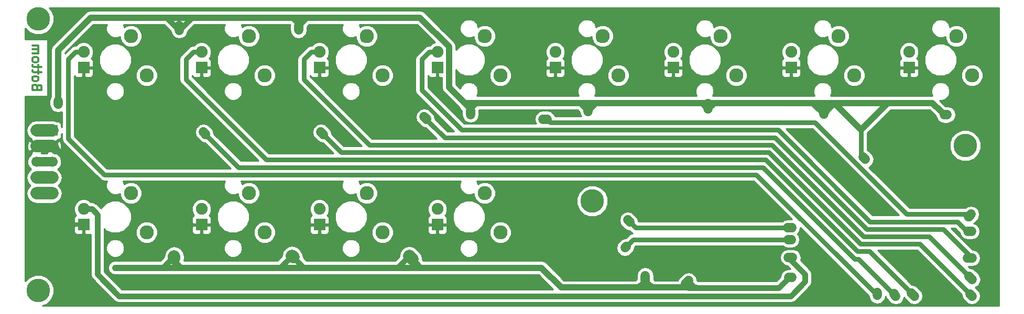
<source format=gbr>
G04 #@! TF.FileFunction,Copper,L2,Bot,Signal*
%FSLAX46Y46*%
G04 Gerber Fmt 4.6, Leading zero omitted, Abs format (unit mm)*
G04 Created by KiCad (PCBNEW 4.0.4-stable) date 03/03/17 01:47:08*
%MOMM*%
%LPD*%
G01*
G04 APERTURE LIST*
%ADD10C,0.100000*%
%ADD11C,0.300000*%
%ADD12C,2.286000*%
%ADD13C,1.905000*%
%ADD14R,1.905000X1.905000*%
%ADD15R,1.700000X1.700000*%
%ADD16C,1.700000*%
%ADD17C,3.800000*%
%ADD18C,1.000000*%
%ADD19C,2.000000*%
%ADD20C,1.500000*%
%ADD21C,1.000000*%
%ADD22C,0.900000*%
%ADD23C,0.800000*%
%ADD24C,0.700000*%
%ADD25C,0.254000*%
G04 APERTURE END LIST*
D10*
D11*
X2641343Y36121257D02*
X2569914Y36335543D01*
X2498486Y36406971D01*
X2355629Y36478400D01*
X2141343Y36478400D01*
X1998486Y36406971D01*
X1927057Y36335543D01*
X1855629Y36192685D01*
X1855629Y35621257D01*
X3355629Y35621257D01*
X3355629Y36121257D01*
X3284200Y36264114D01*
X3212771Y36335543D01*
X3069914Y36406971D01*
X2927057Y36406971D01*
X2784200Y36335543D01*
X2712771Y36264114D01*
X2641343Y36121257D01*
X2641343Y35621257D01*
X1855629Y37335543D02*
X1927057Y37192685D01*
X1998486Y37121257D01*
X2141343Y37049828D01*
X2569914Y37049828D01*
X2712771Y37121257D01*
X2784200Y37192685D01*
X2855629Y37335543D01*
X2855629Y37549828D01*
X2784200Y37692685D01*
X2712771Y37764114D01*
X2569914Y37835543D01*
X2141343Y37835543D01*
X1998486Y37764114D01*
X1927057Y37692685D01*
X1855629Y37549828D01*
X1855629Y37335543D01*
X2855629Y38264114D02*
X2855629Y38835543D01*
X3355629Y38478400D02*
X2069914Y38478400D01*
X1927057Y38549828D01*
X1855629Y38692686D01*
X1855629Y38835543D01*
X2855629Y39121257D02*
X2855629Y39692686D01*
X3355629Y39335543D02*
X2069914Y39335543D01*
X1927057Y39406971D01*
X1855629Y39549829D01*
X1855629Y39692686D01*
X1855629Y40406972D02*
X1927057Y40264114D01*
X1998486Y40192686D01*
X2141343Y40121257D01*
X2569914Y40121257D01*
X2712771Y40192686D01*
X2784200Y40264114D01*
X2855629Y40406972D01*
X2855629Y40621257D01*
X2784200Y40764114D01*
X2712771Y40835543D01*
X2569914Y40906972D01*
X2141343Y40906972D01*
X1998486Y40835543D01*
X1927057Y40764114D01*
X1855629Y40621257D01*
X1855629Y40406972D01*
X1855629Y41549829D02*
X2855629Y41549829D01*
X2712771Y41549829D02*
X2784200Y41621257D01*
X2855629Y41764115D01*
X2855629Y41978400D01*
X2784200Y42121257D01*
X2641343Y42192686D01*
X1855629Y42192686D01*
X2641343Y42192686D02*
X2784200Y42264115D01*
X2855629Y42406972D01*
X2855629Y42621257D01*
X2784200Y42764115D01*
X2641343Y42835543D01*
X1855629Y42835543D01*
D12*
X39364200Y12558400D03*
X36824200Y18908400D03*
X134614200Y37958400D03*
X132074200Y44308400D03*
X77464200Y37958400D03*
X74924200Y44308400D03*
X115564200Y37958400D03*
X113024200Y44308400D03*
D13*
X143504200Y41768400D03*
D14*
X143504200Y39228400D03*
D13*
X124454200Y41768400D03*
D14*
X124454200Y39228400D03*
D13*
X105404200Y41768400D03*
D14*
X105404200Y39228400D03*
D13*
X86354200Y41768400D03*
D14*
X86354200Y39228400D03*
D13*
X10154200Y41768400D03*
D14*
X10154200Y39228400D03*
D13*
X29204200Y41768400D03*
D14*
X29204200Y39228400D03*
D13*
X48254200Y41768400D03*
D14*
X48254200Y39228400D03*
D13*
X67304200Y41768400D03*
D14*
X67304200Y39228400D03*
D13*
X10154200Y16368400D03*
D14*
X10154200Y13828400D03*
D13*
X29204200Y16368400D03*
D14*
X29204200Y13828400D03*
D13*
X48254200Y16368400D03*
D14*
X48254200Y13828400D03*
D13*
X67304200Y16368400D03*
D14*
X67304200Y13828400D03*
D12*
X153664200Y37958400D03*
X151124200Y44308400D03*
X96514200Y37958400D03*
X93974200Y44308400D03*
X20314200Y37958400D03*
X17774200Y44308400D03*
X39364200Y37958400D03*
X36824200Y44308400D03*
X58414200Y37958400D03*
X55874200Y44308400D03*
X20314200Y12558400D03*
X17774200Y18908400D03*
X58414200Y12558400D03*
X55874200Y18908400D03*
X77464200Y12558400D03*
X74924200Y18908400D03*
D15*
X5074200Y29068400D03*
D16*
X2534200Y29068400D03*
X5074200Y26528400D03*
X2534200Y26528400D03*
X5074200Y23988400D03*
X2534200Y23988400D03*
X5074200Y21448400D03*
X2534200Y21448400D03*
X5074200Y18908400D03*
X2534200Y18908400D03*
D17*
X2788200Y3160400D03*
X2788200Y47102400D03*
X152570000Y26600000D03*
X92324200Y17628400D03*
D18*
X44870000Y45310000D03*
X25610000Y45260000D03*
X6010000Y33310000D03*
X91620000Y32140000D03*
X111032600Y32540000D03*
X72650000Y31620000D03*
X129750000Y31710000D03*
X124060000Y5270000D03*
X100880000Y5590000D03*
X107870000Y4760000D03*
X136450000Y24390000D03*
X149174210Y31608400D03*
X62760000Y8750000D03*
X43810000Y8790000D03*
X24780000Y8720000D03*
X15234200Y6843400D03*
X141360000Y2250000D03*
X29839200Y28433400D03*
X48860000Y28430000D03*
X153670000Y2270000D03*
X65520000Y30880000D03*
X153600000Y8440000D03*
X84987106Y30900000D03*
X153520000Y15500000D03*
X132570000Y23200000D03*
X99510000Y7840000D03*
X130490000Y7230000D03*
X105234200Y19188400D03*
X97610000Y10090000D03*
X123984200Y11428400D03*
X98060000Y14570000D03*
X123910000Y13328410D03*
X138350000Y2380000D03*
X144350000Y2270000D03*
X153710000Y4960000D03*
X153590000Y12750000D03*
X123990000Y8520000D03*
D19*
X5074200Y29068400D02*
X2534200Y29068400D01*
D20*
X111032600Y32540000D02*
X111032600Y33417499D01*
X149174210Y31608400D02*
X149648400Y31608400D01*
X149648400Y31608400D02*
X149670000Y31630000D01*
X44870000Y45310000D02*
X44870000Y46017106D01*
D21*
X47680000Y47329301D02*
X43850000Y47329301D01*
X43850000Y47329301D02*
X30474200Y47329301D01*
D22*
X44870000Y46017106D02*
X44870000Y46309301D01*
X44870000Y46309301D02*
X43850000Y47329301D01*
D21*
X50794200Y47329301D02*
X47680000Y47329301D01*
D22*
X44870000Y46017106D02*
X46182195Y47329301D01*
X46182195Y47329301D02*
X47680000Y47329301D01*
D20*
X25610000Y45260000D02*
X25610000Y45967106D01*
X25610000Y45967106D02*
X25597106Y45980000D01*
D21*
X23330000Y47329301D02*
X11270101Y47329301D01*
X27650000Y47329301D02*
X23330000Y47329301D01*
D22*
X23330000Y47329301D02*
X23540699Y47329301D01*
X23540699Y47329301D02*
X25610000Y45260000D01*
D21*
X30474200Y47329301D02*
X27650000Y47329301D01*
D22*
X25610000Y45260000D02*
X26109999Y45759999D01*
X26109999Y45759999D02*
X26109999Y45789300D01*
X26109999Y45789300D02*
X27650000Y47329301D01*
D20*
X6010000Y33310000D02*
X6010000Y33820000D01*
D21*
X11270101Y47329301D02*
X6010000Y42069200D01*
X6010000Y42069200D02*
X6010000Y33310000D01*
D20*
X91620000Y32780000D02*
X91620000Y32140000D01*
D23*
X91620000Y32140000D02*
X90246600Y33513400D01*
X90246600Y33513400D02*
X89580000Y33513400D01*
X93339200Y33513400D02*
X92993400Y33513400D01*
X92993400Y33513400D02*
X91620000Y32140000D01*
D21*
X93339200Y33513400D02*
X89580000Y33513400D01*
X89580000Y33513400D02*
X74289200Y33513400D01*
D22*
X92616294Y33513400D02*
X93339200Y33513400D01*
D21*
X111032600Y32540000D02*
X112006000Y33513400D01*
X112006000Y33513400D02*
X112389200Y33513400D01*
X93339200Y33513400D02*
X109670000Y33513400D01*
X109670000Y33513400D02*
X112389200Y33513400D01*
X111032600Y32540000D02*
X110059200Y33513400D01*
X110059200Y33513400D02*
X109670000Y33513400D01*
X112389200Y33513400D02*
X127910000Y33513400D01*
D20*
X72650000Y31620000D02*
X72650000Y32327106D01*
D21*
X74289200Y33513400D02*
X73570000Y33513400D01*
X73570000Y33513400D02*
X71697866Y33513400D01*
D23*
X72650000Y31620000D02*
X72650000Y32593400D01*
X72650000Y32593400D02*
X73570000Y33513400D01*
X72650000Y32327106D02*
X71697866Y33279240D01*
X71697866Y33279240D02*
X71697866Y33513400D01*
D20*
X129750000Y31710000D02*
X129750000Y32780000D01*
D21*
X131439200Y33513400D02*
X127910000Y33513400D01*
D22*
X129750000Y31710000D02*
X129250001Y32209999D01*
X129250001Y32209999D02*
X129213401Y32209999D01*
X129213401Y32209999D02*
X127910000Y33513400D01*
X129750000Y31710000D02*
X130249999Y32209999D01*
X130249999Y32209999D02*
X130249999Y32324199D01*
X130249999Y32324199D02*
X131439200Y33513400D01*
D20*
X124060000Y5270000D02*
X124550000Y5270000D01*
X124550000Y5270000D02*
X124560000Y5280000D01*
D22*
X122468400Y3638400D02*
X124060000Y5230000D01*
X124060000Y5230000D02*
X124060000Y5270000D01*
X108991600Y3638400D02*
X122468400Y3638400D01*
D20*
X100880000Y5590000D02*
X100880000Y4882894D01*
D21*
X87294200Y3668400D02*
X99620000Y3668400D01*
X99620000Y3668400D02*
X101444200Y3668400D01*
D23*
X100880000Y4882894D02*
X100834494Y4882894D01*
X100834494Y4882894D02*
X99620000Y3668400D01*
D21*
X101444200Y3668400D02*
X102390000Y3668400D01*
X102390000Y3668400D02*
X106850000Y3668400D01*
D23*
X100880000Y4882894D02*
X102094494Y3668400D01*
X102094494Y3668400D02*
X102390000Y3668400D01*
D20*
X107870000Y4760000D02*
X107370001Y4260001D01*
D21*
X106850000Y3668400D02*
X107864200Y3668400D01*
D23*
X107370001Y4260001D02*
X107370001Y4188401D01*
X107370001Y4188401D02*
X106850000Y3668400D01*
D21*
X109150000Y3638400D02*
X107894200Y3638400D01*
D23*
X107870000Y4760000D02*
X108991600Y3638400D01*
X108991600Y3638400D02*
X109150000Y3638400D01*
D20*
X136450000Y24390000D02*
X136110000Y24730000D01*
D23*
X136450000Y24390000D02*
X135749199Y25090801D01*
X135749199Y25090801D02*
X135749199Y28303401D01*
D21*
X148674211Y32108399D02*
X149174210Y31608400D01*
X141599200Y33513400D02*
X147269210Y33513400D01*
X147269210Y33513400D02*
X148674211Y32108399D01*
D19*
X62760000Y8750000D02*
X63250000Y8260000D01*
D21*
X65500000Y6843400D02*
X60500000Y6843400D01*
X60500000Y6843400D02*
X53969200Y6843400D01*
D22*
X62760000Y8750000D02*
X60853400Y6843400D01*
X60853400Y6843400D02*
X60500000Y6843400D01*
D21*
X73019200Y6843400D02*
X65500000Y6843400D01*
D22*
X62760000Y8750000D02*
X64666600Y6843400D01*
X64666600Y6843400D02*
X65500000Y6843400D01*
D19*
X43810000Y8790000D02*
X44020000Y8580000D01*
D21*
X46420000Y6843400D02*
X41820000Y6843400D01*
X41820000Y6843400D02*
X34919200Y6843400D01*
D22*
X43810000Y8790000D02*
X43310001Y8290001D01*
X43310001Y8290001D02*
X43266601Y8290001D01*
X43266601Y8290001D02*
X41820000Y6843400D01*
D21*
X53969200Y6843400D02*
X46420000Y6843400D01*
D22*
X43810000Y8790000D02*
X45756600Y6843400D01*
X45756600Y6843400D02*
X46420000Y6843400D01*
D19*
X24780000Y8720000D02*
X24780000Y8380000D01*
D21*
X27490000Y6843400D02*
X22920000Y6843400D01*
X22920000Y6843400D02*
X15234200Y6843400D01*
D22*
X24780000Y8720000D02*
X24280001Y8220001D01*
X24280001Y8220001D02*
X24280001Y8203401D01*
X24280001Y8203401D02*
X22920000Y6843400D01*
D21*
X34919200Y6843400D02*
X27490000Y6843400D01*
D22*
X25949494Y6843400D02*
X27490000Y6843400D01*
X24780000Y8720000D02*
X24780000Y8012894D01*
X24780000Y8012894D02*
X25949494Y6843400D01*
D21*
X107894200Y3638400D02*
X107864200Y3668400D01*
X73019200Y6843400D02*
X84119200Y6843400D01*
X84119200Y6843400D02*
X87294200Y3668400D01*
D23*
X135749199Y29203401D02*
X135749199Y28303401D01*
D21*
X141599200Y33513400D02*
X131439200Y33513400D01*
X141599200Y33513400D02*
X140059198Y33513400D01*
X140059198Y33513400D02*
X135749199Y29203401D01*
X135749199Y29203401D02*
X131439200Y33513400D01*
X64485001Y47329301D02*
X50794200Y47329301D01*
X69156701Y36054565D02*
X69156701Y42657601D01*
X69156701Y42657601D02*
X64485001Y47329301D01*
X71697866Y33513400D02*
X69156701Y36054565D01*
D20*
X29839200Y28433400D02*
X29839200Y28470800D01*
X29839200Y28470800D02*
X29500000Y28810000D01*
D23*
X30339199Y27933401D02*
X29839200Y28433400D01*
X133984687Y9002887D02*
X119877630Y23109947D01*
X135310066Y8299934D02*
X134687640Y8299934D01*
X141360000Y2250000D02*
X135310066Y8299934D01*
X35162653Y23109947D02*
X30339199Y27933401D01*
X119877630Y23109947D02*
X35162653Y23109947D01*
X134687640Y8299934D02*
X133984687Y9002887D01*
D20*
X141360000Y2250000D02*
X141040000Y2570000D01*
X141040000Y2570000D02*
X141040000Y2630000D01*
D23*
X20314200Y37958400D02*
X20314200Y37808400D01*
D20*
X48860000Y28430000D02*
X48490000Y28800000D01*
D23*
X153670000Y2270000D02*
X145240044Y10699956D01*
X145240044Y10699956D02*
X135681760Y10699956D01*
X135681760Y10699956D02*
X120871750Y25509969D01*
X120871750Y25509969D02*
X51780031Y25509969D01*
X51780031Y25509969D02*
X48860000Y28430000D01*
D20*
X153670000Y2270000D02*
X153340000Y2600000D01*
D23*
X136675880Y13099978D02*
X121865869Y27909991D01*
X121865869Y27909991D02*
X68490009Y27909991D01*
X149000022Y13099978D02*
X136675880Y13099978D01*
X66019999Y30380001D02*
X65520000Y30880000D01*
X68490009Y27909991D02*
X66019999Y30380001D01*
X153670000Y8430000D02*
X149000022Y13099978D01*
D20*
X65520000Y30880000D02*
X65520000Y30910000D01*
X65520000Y30910000D02*
X65170000Y31260000D01*
X153670000Y8430000D02*
X152962894Y8430000D01*
D23*
X58414200Y37958400D02*
X58414200Y37808400D01*
X143147956Y15500000D02*
X152812894Y15500000D01*
X128307957Y30339999D02*
X143147956Y15500000D01*
X85547107Y30339999D02*
X128307957Y30339999D01*
X84987106Y30900000D02*
X85547107Y30339999D01*
X152812894Y15500000D02*
X153520000Y15500000D01*
D20*
X84987106Y30900000D02*
X84390000Y30900000D01*
X153520000Y15500000D02*
X153180000Y15160000D01*
X153180000Y15160000D02*
X153120000Y15160000D01*
D19*
X2534200Y26528400D02*
X5074200Y26528400D01*
D23*
X7868200Y18400400D02*
X7868200Y23734400D01*
X7868200Y23734400D02*
X5614199Y25988401D01*
D20*
X5074200Y26528400D02*
X5614199Y25988401D01*
X132570000Y23200000D02*
X132920000Y22850000D01*
X132920000Y22850000D02*
X132940000Y22850000D01*
X99510000Y7840000D02*
X99870000Y8200000D01*
X105234200Y19188400D02*
X104748400Y19188400D01*
X104748400Y19188400D02*
X104730000Y19170000D01*
X130490000Y7230000D02*
X131000000Y7230000D01*
D24*
X7868200Y18400400D02*
X7868200Y14461900D01*
X7868200Y14461900D02*
X8501700Y13828400D01*
X8501700Y13828400D02*
X10154200Y13828400D01*
D19*
X2534200Y21448400D02*
X5074200Y21448400D01*
D20*
X97610000Y10090000D02*
X97820000Y10300000D01*
X123984200Y11428400D02*
X124488400Y11428400D01*
D23*
X123984200Y11428400D02*
X98948400Y11428400D01*
X98948400Y11428400D02*
X97610000Y10090000D01*
D20*
X2534200Y23988400D02*
X5074200Y23988400D01*
X123910000Y13328410D02*
X124530000Y13328410D01*
X98060000Y14570000D02*
X98400000Y14230000D01*
D23*
X123910000Y13328410D02*
X99301590Y13328410D01*
X99301590Y13328410D02*
X98060000Y14570000D01*
X8807162Y41768400D02*
X10154200Y41768400D01*
X7644211Y27768389D02*
X7644211Y40605449D01*
X118820064Y21909936D02*
X13502664Y21909936D01*
X7644211Y40605449D02*
X8807162Y41768400D01*
X138350000Y2380000D02*
X118820064Y21909936D01*
X13502664Y21909936D02*
X7644211Y27768389D01*
D20*
X138350000Y2380000D02*
X138350000Y2880000D01*
D23*
X27857162Y41768400D02*
X29204200Y41768400D01*
X135184700Y9499945D02*
X134481749Y10202896D01*
X39677642Y24309958D02*
X26664200Y37323400D01*
X134481749Y10202896D02*
X120374690Y24309958D01*
X143850001Y2769999D02*
X137120055Y9499945D01*
X26664200Y40575438D02*
X27857162Y41768400D01*
X137120055Y9499945D02*
X135184700Y9499945D01*
X120374690Y24309958D02*
X39677642Y24309958D01*
X26664200Y37323400D02*
X26664200Y40575438D01*
D20*
X144350000Y2270000D02*
X143850001Y2769999D01*
D23*
X121368810Y26709980D02*
X136178820Y11899967D01*
X146770033Y11899967D02*
X153210001Y5459999D01*
X45714200Y40575438D02*
X45714200Y37323400D01*
X136178820Y11899967D02*
X146770033Y11899967D01*
X45714200Y37323400D02*
X56327620Y26709980D01*
X46907162Y41768400D02*
X45714200Y40575438D01*
X48254200Y41768400D02*
X46907162Y41768400D01*
X56327620Y26709980D02*
X121368810Y26709980D01*
D20*
X153710000Y4960000D02*
X153210001Y5459999D01*
D23*
X64764200Y35615800D02*
X64764200Y37440000D01*
X122332941Y29139988D02*
X71240012Y29139988D01*
X137172940Y14299989D02*
X122332941Y29139988D01*
X151332905Y14299989D02*
X137172940Y14299989D01*
X71240012Y29139988D02*
X64764200Y35615800D01*
X152882894Y12750000D02*
X151332905Y14299989D01*
X153590000Y12750000D02*
X152882894Y12750000D01*
X64764200Y40575438D02*
X64764200Y37440000D01*
X64764200Y37440000D02*
X64764200Y36688400D01*
X65957162Y41768400D02*
X64764200Y40575438D01*
X67304200Y41768400D02*
X65957162Y41768400D01*
D20*
X153050000Y12750000D02*
X153590000Y12750000D01*
X123990000Y8520000D02*
X124680000Y8520000D01*
D22*
X126710000Y5730000D02*
X126710000Y5800000D01*
X126710000Y4610000D02*
X126710000Y5730000D01*
X126710000Y5800000D02*
X123990000Y8520000D01*
X124380000Y2280000D02*
X126710000Y4610000D01*
X15890000Y2280000D02*
X124380000Y2280000D01*
X12390299Y5779701D02*
X15890000Y2280000D01*
X10154200Y16368400D02*
X11501238Y16368400D01*
X11501238Y16368400D02*
X12390299Y15479339D01*
X12390299Y15479339D02*
X12390299Y5779701D01*
D21*
X151124200Y44308400D02*
X150643299Y43827499D01*
X132074200Y44308400D02*
X131593299Y43827499D01*
X113024200Y44308400D02*
X112543299Y43827499D01*
X93974200Y44308400D02*
X93493299Y43827499D01*
X36824200Y44308400D02*
X36343299Y43827499D01*
X55874200Y44308400D02*
X55393299Y43827499D01*
X74924200Y44308400D02*
X74443299Y43827499D01*
X55393299Y18427499D02*
X55874200Y18908400D01*
D19*
X2534200Y18908400D02*
X5074200Y18908400D01*
D25*
G36*
X158034200Y708400D02*
X3492169Y708400D01*
X4222286Y1010078D01*
X4936016Y1722563D01*
X5322759Y2653945D01*
X5323639Y3662431D01*
X4938522Y4594486D01*
X4226037Y5308216D01*
X3294655Y5694959D01*
X2286169Y5695839D01*
X1354114Y5310722D01*
X704200Y4661942D01*
X704200Y13542650D01*
X8566700Y13542650D01*
X8566700Y12749591D01*
X8663373Y12516202D01*
X8842001Y12337573D01*
X9075390Y12240900D01*
X9868450Y12240900D01*
X10027200Y12399650D01*
X10027200Y13701400D01*
X8725450Y13701400D01*
X8566700Y13542650D01*
X704200Y13542650D01*
X704200Y16054012D01*
X8566425Y16054012D01*
X8807598Y15470328D01*
X8924375Y15353347D01*
X8842001Y15319227D01*
X8663373Y15140598D01*
X8566700Y14907209D01*
X8566700Y14114150D01*
X8725450Y13955400D01*
X10027200Y13955400D01*
X10027200Y13975400D01*
X10281200Y13975400D01*
X10281200Y13955400D01*
X10301200Y13955400D01*
X10301200Y13701400D01*
X10281200Y13701400D01*
X10281200Y12399650D01*
X10439950Y12240900D01*
X11233010Y12240900D01*
X11305299Y12270843D01*
X11305299Y5779701D01*
X11387890Y5364489D01*
X11588722Y5063922D01*
X11623088Y5012490D01*
X15122789Y1512789D01*
X15474789Y1277590D01*
X15890000Y1195000D01*
X124380000Y1195000D01*
X124795212Y1277591D01*
X125147211Y1512789D01*
X127477211Y3842789D01*
X127712410Y4194789D01*
X127795000Y4610000D01*
X127795000Y5800000D01*
X127778738Y5881755D01*
X127712410Y6215211D01*
X127477211Y6567211D01*
X125975312Y8069110D01*
X126065000Y8520000D01*
X125959573Y9050017D01*
X125659343Y9499343D01*
X125210017Y9799573D01*
X124680000Y9905000D01*
X123990000Y9905000D01*
X123459983Y9799573D01*
X123010657Y9499343D01*
X122710427Y9050017D01*
X122605000Y8520000D01*
X122710427Y7989983D01*
X123010657Y7540657D01*
X123459983Y7240427D01*
X123803476Y7172102D01*
X124320578Y6655000D01*
X124060000Y6655000D01*
X123529983Y6549573D01*
X123080657Y6249343D01*
X122780427Y5800017D01*
X122702170Y5406592D01*
X122018978Y4723400D01*
X109401366Y4723400D01*
X109362600Y4731111D01*
X109235456Y4858256D01*
X109149573Y5290016D01*
X108849343Y5739343D01*
X108400016Y6039573D01*
X107870000Y6145000D01*
X107339984Y6039573D01*
X106890657Y5739343D01*
X106390658Y5239344D01*
X106099370Y4803400D01*
X102423205Y4803400D01*
X102265000Y4961605D01*
X102265000Y5590000D01*
X102159573Y6120017D01*
X101859343Y6569343D01*
X101410017Y6869573D01*
X100880000Y6975000D01*
X100349983Y6869573D01*
X99900657Y6569343D01*
X99600427Y6120017D01*
X99495000Y5590000D01*
X99495000Y5007112D01*
X99291288Y4803400D01*
X87764332Y4803400D01*
X84921766Y7645966D01*
X84553546Y7892003D01*
X84119200Y7978400D01*
X65066022Y7978400D01*
X64868314Y8176108D01*
X64885001Y8260000D01*
X64760543Y8885687D01*
X64406120Y9416119D01*
X64098107Y9724133D01*
X70898042Y9724133D01*
X71123780Y9177805D01*
X71541406Y8759449D01*
X72087339Y8532758D01*
X72678467Y8532242D01*
X73224795Y8757980D01*
X73643151Y9175606D01*
X73869842Y9721539D01*
X73870358Y10312667D01*
X73644620Y10858995D01*
X73226994Y11277351D01*
X72681061Y11504042D01*
X72089933Y11504558D01*
X71543605Y11278820D01*
X71125249Y10861194D01*
X70898558Y10315261D01*
X70898042Y9724133D01*
X64098107Y9724133D01*
X63916120Y9906120D01*
X63385688Y10260543D01*
X62760000Y10385001D01*
X62134312Y10260543D01*
X61603880Y9906120D01*
X61249457Y9375688D01*
X61124999Y8750000D01*
X61141686Y8666108D01*
X60453978Y7978400D01*
X46156022Y7978400D01*
X45638314Y8496108D01*
X45655001Y8580000D01*
X45530543Y9205688D01*
X45184129Y9724133D01*
X51848042Y9724133D01*
X52073780Y9177805D01*
X52491406Y8759449D01*
X53037339Y8532758D01*
X53628467Y8532242D01*
X54174795Y8757980D01*
X54593151Y9175606D01*
X54819842Y9721539D01*
X54820358Y10312667D01*
X54594620Y10858995D01*
X54176994Y11277351D01*
X53631061Y11504042D01*
X53039933Y11504558D01*
X52493605Y11278820D01*
X52075249Y10861194D01*
X51848558Y10315261D01*
X51848042Y9724133D01*
X45184129Y9724133D01*
X45176120Y9736119D01*
X44966120Y9946120D01*
X44435688Y10300543D01*
X43810000Y10425001D01*
X43184312Y10300543D01*
X42653880Y9946120D01*
X42299457Y9415688D01*
X42174999Y8790000D01*
X42184486Y8742308D01*
X41420578Y7978400D01*
X26348916Y7978400D01*
X26337406Y7989910D01*
X26415000Y8380000D01*
X26415000Y8720000D01*
X26290543Y9345687D01*
X26037675Y9724133D01*
X32798042Y9724133D01*
X33023780Y9177805D01*
X33441406Y8759449D01*
X33987339Y8532758D01*
X34578467Y8532242D01*
X35124795Y8757980D01*
X35543151Y9175606D01*
X35769842Y9721539D01*
X35770358Y10312667D01*
X35544620Y10858995D01*
X35126994Y11277351D01*
X34581061Y11504042D01*
X33989933Y11504558D01*
X33443605Y11278820D01*
X33025249Y10861194D01*
X32798558Y10315261D01*
X32798042Y9724133D01*
X26037675Y9724133D01*
X25936120Y9876120D01*
X25405687Y10230543D01*
X24780000Y10355000D01*
X24154313Y10230543D01*
X23623880Y9876120D01*
X23269457Y9345687D01*
X23145000Y8720000D01*
X23145000Y8602822D01*
X22520578Y7978400D01*
X15235190Y7978400D01*
X15009425Y7978597D01*
X14592114Y7806167D01*
X14272555Y7487165D01*
X14099397Y7070156D01*
X14099003Y6618625D01*
X14271433Y6201314D01*
X14590435Y5881755D01*
X15007444Y5708597D01*
X15458975Y5708203D01*
X15459452Y5708400D01*
X83649068Y5708400D01*
X85992468Y3365000D01*
X16339422Y3365000D01*
X13475299Y6229123D01*
X13475299Y9724133D01*
X13748042Y9724133D01*
X13973780Y9177805D01*
X14391406Y8759449D01*
X14937339Y8532758D01*
X15528467Y8532242D01*
X16074795Y8757980D01*
X16493151Y9175606D01*
X16719842Y9721539D01*
X16720358Y10312667D01*
X16494620Y10858995D01*
X16076994Y11277351D01*
X15531061Y11504042D01*
X14939933Y11504558D01*
X14393605Y11278820D01*
X13975249Y10861194D01*
X13748558Y10315261D01*
X13748042Y9724133D01*
X13475299Y9724133D01*
X13475299Y12206286D01*
X18535892Y12206286D01*
X18806006Y11552560D01*
X19305729Y11051964D01*
X19958982Y10780709D01*
X20666314Y10780092D01*
X21320040Y11050206D01*
X21820636Y11549929D01*
X22091891Y12203182D01*
X22091893Y12206286D01*
X37585892Y12206286D01*
X37856006Y11552560D01*
X38355729Y11051964D01*
X39008982Y10780709D01*
X39716314Y10780092D01*
X40370040Y11050206D01*
X40870636Y11549929D01*
X41141891Y12203182D01*
X41141893Y12206286D01*
X56635892Y12206286D01*
X56906006Y11552560D01*
X57405729Y11051964D01*
X58058982Y10780709D01*
X58766314Y10780092D01*
X59420040Y11050206D01*
X59920636Y11549929D01*
X60191891Y12203182D01*
X60191893Y12206286D01*
X75685892Y12206286D01*
X75956006Y11552560D01*
X76455729Y11051964D01*
X77108982Y10780709D01*
X77816314Y10780092D01*
X78470040Y11050206D01*
X78970636Y11549929D01*
X79241891Y12203182D01*
X79242508Y12910514D01*
X78972394Y13564240D01*
X78472671Y14064836D01*
X77819418Y14336091D01*
X77112086Y14336708D01*
X76458360Y14066594D01*
X75957764Y13566871D01*
X75686509Y12913618D01*
X75685892Y12206286D01*
X60191893Y12206286D01*
X60192508Y12910514D01*
X59931315Y13542650D01*
X65716700Y13542650D01*
X65716700Y12749591D01*
X65813373Y12516202D01*
X65992001Y12337573D01*
X66225390Y12240900D01*
X67018450Y12240900D01*
X67177200Y12399650D01*
X67177200Y13701400D01*
X67431200Y13701400D01*
X67431200Y12399650D01*
X67589950Y12240900D01*
X68383010Y12240900D01*
X68616399Y12337573D01*
X68795027Y12516202D01*
X68891700Y12749591D01*
X68891700Y13542650D01*
X68732950Y13701400D01*
X67431200Y13701400D01*
X67177200Y13701400D01*
X65875450Y13701400D01*
X65716700Y13542650D01*
X59931315Y13542650D01*
X59922394Y13564240D01*
X59422671Y14064836D01*
X58769418Y14336091D01*
X58062086Y14336708D01*
X57408360Y14066594D01*
X56907764Y13566871D01*
X56636509Y12913618D01*
X56635892Y12206286D01*
X41141893Y12206286D01*
X41142508Y12910514D01*
X40881315Y13542650D01*
X46666700Y13542650D01*
X46666700Y12749591D01*
X46763373Y12516202D01*
X46942001Y12337573D01*
X47175390Y12240900D01*
X47968450Y12240900D01*
X48127200Y12399650D01*
X48127200Y13701400D01*
X48381200Y13701400D01*
X48381200Y12399650D01*
X48539950Y12240900D01*
X49333010Y12240900D01*
X49566399Y12337573D01*
X49745027Y12516202D01*
X49841700Y12749591D01*
X49841700Y13542650D01*
X49682950Y13701400D01*
X48381200Y13701400D01*
X48127200Y13701400D01*
X46825450Y13701400D01*
X46666700Y13542650D01*
X40881315Y13542650D01*
X40872394Y13564240D01*
X40372671Y14064836D01*
X39719418Y14336091D01*
X39012086Y14336708D01*
X38358360Y14066594D01*
X37857764Y13566871D01*
X37586509Y12913618D01*
X37585892Y12206286D01*
X22091893Y12206286D01*
X22092508Y12910514D01*
X21831315Y13542650D01*
X27616700Y13542650D01*
X27616700Y12749591D01*
X27713373Y12516202D01*
X27892001Y12337573D01*
X28125390Y12240900D01*
X28918450Y12240900D01*
X29077200Y12399650D01*
X29077200Y13701400D01*
X29331200Y13701400D01*
X29331200Y12399650D01*
X29489950Y12240900D01*
X30283010Y12240900D01*
X30516399Y12337573D01*
X30695027Y12516202D01*
X30791700Y12749591D01*
X30791700Y13542650D01*
X30632950Y13701400D01*
X29331200Y13701400D01*
X29077200Y13701400D01*
X27775450Y13701400D01*
X27616700Y13542650D01*
X21831315Y13542650D01*
X21822394Y13564240D01*
X21322671Y14064836D01*
X20669418Y14336091D01*
X19962086Y14336708D01*
X19308360Y14066594D01*
X18807764Y13566871D01*
X18536509Y12913618D01*
X18535892Y12206286D01*
X13475299Y12206286D01*
X13475299Y13139300D01*
X13743104Y12871027D01*
X14708985Y12469958D01*
X15754826Y12469045D01*
X16721407Y12868428D01*
X17461573Y13607304D01*
X17862642Y14573185D01*
X17863555Y15619026D01*
X17683823Y16054012D01*
X27616425Y16054012D01*
X27857598Y15470328D01*
X27974375Y15353347D01*
X27892001Y15319227D01*
X27713373Y15140598D01*
X27616700Y14907209D01*
X27616700Y14114150D01*
X27775450Y13955400D01*
X29077200Y13955400D01*
X29077200Y13975400D01*
X29331200Y13975400D01*
X29331200Y13955400D01*
X30632950Y13955400D01*
X30791700Y14114150D01*
X30791700Y14577774D01*
X31654845Y14577774D01*
X32054228Y13611193D01*
X32793104Y12871027D01*
X33758985Y12469958D01*
X34804826Y12469045D01*
X35771407Y12868428D01*
X36511573Y13607304D01*
X36912642Y14573185D01*
X36913555Y15619026D01*
X36733823Y16054012D01*
X46666425Y16054012D01*
X46907598Y15470328D01*
X47024375Y15353347D01*
X46942001Y15319227D01*
X46763373Y15140598D01*
X46666700Y14907209D01*
X46666700Y14114150D01*
X46825450Y13955400D01*
X48127200Y13955400D01*
X48127200Y13975400D01*
X48381200Y13975400D01*
X48381200Y13955400D01*
X49682950Y13955400D01*
X49841700Y14114150D01*
X49841700Y14577774D01*
X50704845Y14577774D01*
X51104228Y13611193D01*
X51843104Y12871027D01*
X52808985Y12469958D01*
X53854826Y12469045D01*
X54821407Y12868428D01*
X55561573Y13607304D01*
X55962642Y14573185D01*
X55963555Y15619026D01*
X55783823Y16054012D01*
X65716425Y16054012D01*
X65957598Y15470328D01*
X66074375Y15353347D01*
X65992001Y15319227D01*
X65813373Y15140598D01*
X65716700Y14907209D01*
X65716700Y14114150D01*
X65875450Y13955400D01*
X67177200Y13955400D01*
X67177200Y13975400D01*
X67431200Y13975400D01*
X67431200Y13955400D01*
X68732950Y13955400D01*
X68891700Y14114150D01*
X68891700Y14577774D01*
X69754845Y14577774D01*
X70154228Y13611193D01*
X70893104Y12871027D01*
X71858985Y12469958D01*
X72904826Y12469045D01*
X73871407Y12868428D01*
X74611573Y13607304D01*
X75012642Y14573185D01*
X75013555Y15619026D01*
X74614172Y16585607D01*
X74074353Y17126369D01*
X89788761Y17126369D01*
X90173878Y16194314D01*
X90886363Y15480584D01*
X91817745Y15093841D01*
X92826231Y15092961D01*
X93758286Y15478078D01*
X94472016Y16190563D01*
X94858759Y17121945D01*
X94859639Y18130431D01*
X94474522Y19062486D01*
X93762037Y19776216D01*
X92830655Y20162959D01*
X91822169Y20163839D01*
X90890114Y19778722D01*
X90176384Y19066237D01*
X89789641Y18134855D01*
X89788761Y17126369D01*
X74074353Y17126369D01*
X73875296Y17325773D01*
X72909415Y17726842D01*
X71863574Y17727755D01*
X70896993Y17328372D01*
X70156827Y16589496D01*
X69755758Y15623615D01*
X69754845Y14577774D01*
X68891700Y14577774D01*
X68891700Y14907209D01*
X68795027Y15140598D01*
X68616399Y15319227D01*
X68534290Y15353238D01*
X68649232Y15467979D01*
X68891424Y16051241D01*
X68891975Y16682788D01*
X68650802Y17266472D01*
X68204621Y17713432D01*
X67621359Y17955624D01*
X66989812Y17956175D01*
X66406128Y17715002D01*
X65959168Y17268821D01*
X65716976Y16685559D01*
X65716425Y16054012D01*
X55783823Y16054012D01*
X55564172Y16585607D01*
X54825296Y17325773D01*
X53859415Y17726842D01*
X52813574Y17727755D01*
X51846993Y17328372D01*
X51106827Y16589496D01*
X50705758Y15623615D01*
X50704845Y14577774D01*
X49841700Y14577774D01*
X49841700Y14907209D01*
X49745027Y15140598D01*
X49566399Y15319227D01*
X49484290Y15353238D01*
X49599232Y15467979D01*
X49841424Y16051241D01*
X49841975Y16682788D01*
X49600802Y17266472D01*
X49154621Y17713432D01*
X48571359Y17955624D01*
X47939812Y17956175D01*
X47356128Y17715002D01*
X46909168Y17268821D01*
X46666976Y16685559D01*
X46666425Y16054012D01*
X36733823Y16054012D01*
X36514172Y16585607D01*
X35775296Y17325773D01*
X34809415Y17726842D01*
X33763574Y17727755D01*
X32796993Y17328372D01*
X32056827Y16589496D01*
X31655758Y15623615D01*
X31654845Y14577774D01*
X30791700Y14577774D01*
X30791700Y14907209D01*
X30695027Y15140598D01*
X30516399Y15319227D01*
X30434290Y15353238D01*
X30549232Y15467979D01*
X30791424Y16051241D01*
X30791975Y16682788D01*
X30550802Y17266472D01*
X30104621Y17713432D01*
X29521359Y17955624D01*
X28889812Y17956175D01*
X28306128Y17715002D01*
X27859168Y17268821D01*
X27616976Y16685559D01*
X27616425Y16054012D01*
X17683823Y16054012D01*
X17464172Y16585607D01*
X16725296Y17325773D01*
X15759415Y17726842D01*
X14713574Y17727755D01*
X13746993Y17328372D01*
X13006827Y16589496D01*
X12950416Y16453644D01*
X12268449Y17135611D01*
X12072601Y17266472D01*
X11916450Y17370809D01*
X11501238Y17453400D01*
X11314200Y17453400D01*
X11054621Y17713432D01*
X10471359Y17955624D01*
X9839812Y17956175D01*
X9256128Y17715002D01*
X8809168Y17268821D01*
X8566976Y16685559D01*
X8566425Y16054012D01*
X704200Y16054012D01*
X704200Y21448400D01*
X899200Y21448400D01*
X1023657Y20822713D01*
X1378080Y20292280D01*
X1548514Y20178400D01*
X1378080Y20064520D01*
X1023657Y19534087D01*
X899200Y18908400D01*
X1023657Y18282713D01*
X1378080Y17752280D01*
X1908513Y17397857D01*
X2534200Y17273400D01*
X5074200Y17273400D01*
X5699887Y17397857D01*
X6230320Y17752280D01*
X6584743Y18282713D01*
X6709200Y18908400D01*
X6584743Y19534087D01*
X6230320Y20064520D01*
X6059886Y20178400D01*
X6230320Y20292280D01*
X6584743Y20822713D01*
X6709200Y21448400D01*
X6584743Y22074087D01*
X6230320Y22604520D01*
X5966459Y22780826D01*
X6332388Y23146117D01*
X6558942Y23691719D01*
X6559457Y24282489D01*
X6333856Y24828486D01*
X5916483Y25246588D01*
X5868888Y25266351D01*
X5938553Y25484442D01*
X5074200Y26348795D01*
X4209847Y25484442D01*
X4245317Y25373400D01*
X3363083Y25373400D01*
X3398553Y25484442D01*
X2534200Y26348795D01*
X1669847Y25484442D01*
X1739381Y25266760D01*
X1694114Y25248056D01*
X1276012Y24830683D01*
X1049458Y24285081D01*
X1048943Y23694311D01*
X1274544Y23148314D01*
X1641611Y22780606D01*
X1378080Y22604520D01*
X1023657Y22074087D01*
X899200Y21448400D01*
X704200Y21448400D01*
X704200Y26757121D01*
X1037482Y26757121D01*
X1063885Y26166942D01*
X1238941Y25744320D01*
X1490242Y25664047D01*
X2354595Y26528400D01*
X1490242Y27392753D01*
X1238941Y27312480D01*
X1037482Y26757121D01*
X704200Y26757121D01*
X704200Y29068400D01*
X899200Y29068400D01*
X1023657Y28442713D01*
X1378080Y27912280D01*
X1708010Y27691829D01*
X1669847Y27572358D01*
X2534200Y26708005D01*
X2548343Y26722147D01*
X2727948Y26542542D01*
X2713805Y26528400D01*
X3578158Y25664047D01*
X3804200Y25736252D01*
X4030242Y25664047D01*
X4894595Y26528400D01*
X5253805Y26528400D01*
X6118158Y25664047D01*
X6369459Y25744320D01*
X6570918Y26299679D01*
X6544515Y26889858D01*
X6369459Y27312480D01*
X6118158Y27392753D01*
X5253805Y26528400D01*
X4894595Y26528400D01*
X4880453Y26542542D01*
X5060058Y26722147D01*
X5074200Y26708005D01*
X5938553Y27572358D01*
X5938160Y27573587D01*
X6159517Y27615238D01*
X6375641Y27754310D01*
X6520631Y27966510D01*
X6571640Y28218400D01*
X6571640Y28423103D01*
X6584743Y28442713D01*
X6609211Y28565722D01*
X6609211Y27768394D01*
X6609210Y27768389D01*
X6687996Y27372312D01*
X6912355Y27036533D01*
X12770806Y21178083D01*
X12770808Y21178080D01*
X13005606Y21021194D01*
X13106587Y20953721D01*
X13502664Y20874935D01*
X13502669Y20874936D01*
X13914517Y20874936D01*
X13748558Y20475261D01*
X13748042Y19884133D01*
X13973780Y19337805D01*
X14391406Y18919449D01*
X14937339Y18692758D01*
X15528467Y18692242D01*
X15996179Y18885497D01*
X15995892Y18556286D01*
X16266006Y17902560D01*
X16765729Y17401964D01*
X17418982Y17130709D01*
X18126314Y17130092D01*
X18780040Y17400206D01*
X19280636Y17899929D01*
X19551891Y18553182D01*
X19552508Y19260514D01*
X19282394Y19914240D01*
X18782671Y20414836D01*
X18129418Y20686091D01*
X17422086Y20686708D01*
X16768360Y20416594D01*
X16720267Y20368585D01*
X16720358Y20472667D01*
X16554144Y20874936D01*
X32964517Y20874936D01*
X32798558Y20475261D01*
X32798042Y19884133D01*
X33023780Y19337805D01*
X33441406Y18919449D01*
X33987339Y18692758D01*
X34578467Y18692242D01*
X35046179Y18885497D01*
X35045892Y18556286D01*
X35316006Y17902560D01*
X35815729Y17401964D01*
X36468982Y17130709D01*
X37176314Y17130092D01*
X37830040Y17400206D01*
X38330636Y17899929D01*
X38601891Y18553182D01*
X38602508Y19260514D01*
X38332394Y19914240D01*
X37832671Y20414836D01*
X37179418Y20686091D01*
X36472086Y20686708D01*
X35818360Y20416594D01*
X35770267Y20368585D01*
X35770358Y20472667D01*
X35604144Y20874936D01*
X52014517Y20874936D01*
X51848558Y20475261D01*
X51848042Y19884133D01*
X52073780Y19337805D01*
X52491406Y18919449D01*
X53037339Y18692758D01*
X53628467Y18692242D01*
X54096179Y18885497D01*
X54095892Y18556286D01*
X54366006Y17902560D01*
X54484628Y17783731D01*
X54590733Y17624933D01*
X54748144Y17519755D01*
X54865729Y17401964D01*
X55518982Y17130709D01*
X56226314Y17130092D01*
X56880040Y17400206D01*
X57380636Y17899929D01*
X57651891Y18553182D01*
X57652508Y19260514D01*
X57382394Y19914240D01*
X56882671Y20414836D01*
X56229418Y20686091D01*
X55522086Y20686708D01*
X54868360Y20416594D01*
X54820267Y20368585D01*
X54820358Y20472667D01*
X54654144Y20874936D01*
X71064517Y20874936D01*
X70898558Y20475261D01*
X70898042Y19884133D01*
X71123780Y19337805D01*
X71541406Y18919449D01*
X72087339Y18692758D01*
X72678467Y18692242D01*
X73146179Y18885497D01*
X73145892Y18556286D01*
X73416006Y17902560D01*
X73915729Y17401964D01*
X74568982Y17130709D01*
X75276314Y17130092D01*
X75930040Y17400206D01*
X76430636Y17899929D01*
X76701891Y18553182D01*
X76702508Y19260514D01*
X76432394Y19914240D01*
X75932671Y20414836D01*
X75279418Y20686091D01*
X74572086Y20686708D01*
X73918360Y20416594D01*
X73870267Y20368585D01*
X73870358Y20472667D01*
X73704144Y20874936D01*
X118391352Y20874936D01*
X124558559Y14707729D01*
X124530000Y14713410D01*
X123910000Y14713410D01*
X123379983Y14607983D01*
X123013954Y14363410D01*
X99758463Y14363410D01*
X99679574Y14760016D01*
X99379343Y15209343D01*
X99039343Y15549343D01*
X98590016Y15849573D01*
X98060000Y15955000D01*
X97529984Y15849573D01*
X97080657Y15549343D01*
X96780427Y15100016D01*
X96675000Y14570000D01*
X96780427Y14039984D01*
X97080657Y13590657D01*
X97420657Y13250657D01*
X97869984Y12950426D01*
X98301745Y12864544D01*
X98569732Y12596557D01*
X98569734Y12596554D01*
X98760566Y12469045D01*
X98810166Y12435903D01*
X98552322Y12384615D01*
X98499121Y12349067D01*
X98216544Y12160256D01*
X98216542Y12160253D01*
X97721744Y11665456D01*
X97289984Y11579573D01*
X96840657Y11279343D01*
X96630657Y11069343D01*
X96330427Y10620016D01*
X96225000Y10090000D01*
X96330427Y9559984D01*
X96630657Y9110657D01*
X97079984Y8810427D01*
X97610000Y8705000D01*
X98140016Y8810427D01*
X98589343Y9110657D01*
X98799343Y9320657D01*
X99099573Y9769984D01*
X99185456Y10201744D01*
X99377111Y10393400D01*
X123088154Y10393400D01*
X123454183Y10148827D01*
X123984200Y10043400D01*
X124488400Y10043400D01*
X125018417Y10148827D01*
X125467743Y10449057D01*
X125767973Y10898383D01*
X125873400Y11428400D01*
X125767973Y11958417D01*
X125507688Y12347961D01*
X125509343Y12349067D01*
X125809573Y12798393D01*
X125915000Y13328410D01*
X125909319Y13356969D01*
X136984544Y2281745D01*
X137070427Y1849983D01*
X137370657Y1400657D01*
X137819983Y1100427D01*
X138350000Y995000D01*
X138880017Y1100427D01*
X139329343Y1400657D01*
X139629573Y1849983D01*
X139713897Y2273907D01*
X139760427Y2039983D01*
X140022245Y1648145D01*
X140060657Y1590657D01*
X140380657Y1270657D01*
X140829984Y970427D01*
X141360000Y865000D01*
X141890016Y970427D01*
X142339343Y1270657D01*
X142639573Y1719984D01*
X142703417Y2040950D01*
X142870658Y1790656D01*
X143370657Y1290657D01*
X143819984Y990427D01*
X144350000Y885000D01*
X144880016Y990427D01*
X145329343Y1290657D01*
X145629573Y1739984D01*
X145735000Y2270000D01*
X145629573Y2800016D01*
X145329343Y3249343D01*
X144829344Y3749342D01*
X144380017Y4049572D01*
X143948256Y4135455D01*
X138418756Y9664956D01*
X144811332Y9664956D01*
X151974544Y2501745D01*
X152060427Y2069984D01*
X152360657Y1620657D01*
X152690657Y1290657D01*
X153139984Y990427D01*
X153670000Y885000D01*
X154200016Y990427D01*
X154649343Y1290657D01*
X154949573Y1739984D01*
X155055000Y2270000D01*
X154949573Y2800016D01*
X154649343Y3249343D01*
X154319343Y3579343D01*
X154184567Y3669397D01*
X154240016Y3680427D01*
X154689343Y3980657D01*
X154989573Y4429984D01*
X155095000Y4960000D01*
X154989573Y5490016D01*
X154689343Y5939343D01*
X154189344Y6439342D01*
X153740017Y6739572D01*
X153308256Y6825455D01*
X153088711Y7045000D01*
X153670000Y7045000D01*
X154200017Y7150427D01*
X154649343Y7450657D01*
X154949573Y7899983D01*
X155055000Y8430000D01*
X154949573Y8960017D01*
X154649343Y9409343D01*
X154200017Y9709573D01*
X153768255Y9795456D01*
X150298723Y13264989D01*
X150904193Y13264989D01*
X151726037Y12443146D01*
X151770427Y12219983D01*
X152070657Y11770657D01*
X152519983Y11470427D01*
X153050000Y11365000D01*
X153590000Y11365000D01*
X154120017Y11470427D01*
X154569343Y11770657D01*
X154869573Y12219983D01*
X154975000Y12750000D01*
X154869573Y13280017D01*
X154569343Y13729343D01*
X154120017Y14029573D01*
X153976079Y14058204D01*
X154159343Y14180657D01*
X154499343Y14520657D01*
X154799574Y14969984D01*
X154905000Y15500000D01*
X154799574Y16030016D01*
X154499343Y16479343D01*
X154050016Y16779574D01*
X153520000Y16885000D01*
X152989984Y16779574D01*
X152623954Y16535000D01*
X143576667Y16535000D01*
X136992740Y23118928D01*
X137429343Y23410657D01*
X137729574Y23859984D01*
X137835000Y24390000D01*
X137729574Y24920016D01*
X137429343Y25369343D01*
X137089343Y25709343D01*
X136784199Y25913233D01*
X136784199Y26097969D01*
X150034561Y26097969D01*
X150419678Y25165914D01*
X151132163Y24452184D01*
X152063545Y24065441D01*
X153072031Y24064561D01*
X154004086Y24449678D01*
X154717816Y25162163D01*
X155104559Y26093545D01*
X155105439Y27102031D01*
X154720322Y28034086D01*
X154007837Y28747816D01*
X153076455Y29134559D01*
X152067969Y29135439D01*
X151135914Y28750322D01*
X150422184Y28037837D01*
X150035441Y27106455D01*
X150034561Y26097969D01*
X136784199Y26097969D01*
X136784199Y28633269D01*
X140529330Y32378400D01*
X146799078Y32378400D01*
X147843870Y31333607D01*
X147894637Y31078383D01*
X148194867Y30629057D01*
X148644193Y30328827D01*
X149174210Y30223400D01*
X149648400Y30223400D01*
X150178417Y30328827D01*
X150627743Y30629057D01*
X150649343Y30650657D01*
X150949573Y31099984D01*
X151055000Y31630000D01*
X150949573Y32160016D01*
X150649343Y32609343D01*
X150200016Y32909573D01*
X149670000Y33015000D01*
X149561410Y32993400D01*
X149394343Y32993400D01*
X148455131Y33932612D01*
X148878467Y33932242D01*
X149424795Y34157980D01*
X149843151Y34575606D01*
X150069842Y35121539D01*
X150070358Y35712667D01*
X149844620Y36258995D01*
X149426994Y36677351D01*
X148881061Y36904042D01*
X148289933Y36904558D01*
X147743605Y36678820D01*
X147325249Y36261194D01*
X147098558Y35715261D01*
X147098042Y35124133D01*
X147296885Y34642895D01*
X147269210Y34648400D01*
X130823378Y34648400D01*
X131019842Y35121539D01*
X131020358Y35712667D01*
X130794620Y36258995D01*
X130376994Y36677351D01*
X129831061Y36904042D01*
X129239933Y36904558D01*
X128693605Y36678820D01*
X128275249Y36261194D01*
X128048558Y35715261D01*
X128048042Y35124133D01*
X128244611Y34648400D01*
X111773378Y34648400D01*
X111969842Y35121539D01*
X111970358Y35712667D01*
X111744620Y36258995D01*
X111326994Y36677351D01*
X110781061Y36904042D01*
X110189933Y36904558D01*
X109643605Y36678820D01*
X109225249Y36261194D01*
X108998558Y35715261D01*
X108998042Y35124133D01*
X109194611Y34648400D01*
X92723378Y34648400D01*
X92919842Y35121539D01*
X92920358Y35712667D01*
X92694620Y36258995D01*
X92276994Y36677351D01*
X91731061Y36904042D01*
X91139933Y36904558D01*
X90593605Y36678820D01*
X90175249Y36261194D01*
X89948558Y35715261D01*
X89948042Y35124133D01*
X90144611Y34648400D01*
X73673378Y34648400D01*
X73869842Y35121539D01*
X73870358Y35712667D01*
X73644620Y36258995D01*
X73226994Y36677351D01*
X72681061Y36904042D01*
X72089933Y36904558D01*
X71543605Y36678820D01*
X71125249Y36261194D01*
X70957995Y35858403D01*
X70291701Y36524697D01*
X70291701Y37606286D01*
X75685892Y37606286D01*
X75956006Y36952560D01*
X76455729Y36451964D01*
X77108982Y36180709D01*
X77816314Y36180092D01*
X78470040Y36450206D01*
X78970636Y36949929D01*
X79241891Y37603182D01*
X79241893Y37606286D01*
X94735892Y37606286D01*
X95006006Y36952560D01*
X95505729Y36451964D01*
X96158982Y36180709D01*
X96866314Y36180092D01*
X97520040Y36450206D01*
X98020636Y36949929D01*
X98291891Y37603182D01*
X98291893Y37606286D01*
X113785892Y37606286D01*
X114056006Y36952560D01*
X114555729Y36451964D01*
X115208982Y36180709D01*
X115916314Y36180092D01*
X116570040Y36450206D01*
X117070636Y36949929D01*
X117341891Y37603182D01*
X117341893Y37606286D01*
X132835892Y37606286D01*
X133106006Y36952560D01*
X133605729Y36451964D01*
X134258982Y36180709D01*
X134966314Y36180092D01*
X135620040Y36450206D01*
X136120636Y36949929D01*
X136391891Y37603182D01*
X136391893Y37606286D01*
X151885892Y37606286D01*
X152156006Y36952560D01*
X152655729Y36451964D01*
X153308982Y36180709D01*
X154016314Y36180092D01*
X154670040Y36450206D01*
X155170636Y36949929D01*
X155441891Y37603182D01*
X155442508Y38310514D01*
X155172394Y38964240D01*
X154672671Y39464836D01*
X154019418Y39736091D01*
X153312086Y39736708D01*
X152658360Y39466594D01*
X152157764Y38966871D01*
X151886509Y38313618D01*
X151885892Y37606286D01*
X136391893Y37606286D01*
X136392508Y38310514D01*
X136131315Y38942650D01*
X141916700Y38942650D01*
X141916700Y38149591D01*
X142013373Y37916202D01*
X142192001Y37737573D01*
X142425390Y37640900D01*
X143218450Y37640900D01*
X143377200Y37799650D01*
X143377200Y39101400D01*
X143631200Y39101400D01*
X143631200Y37799650D01*
X143789950Y37640900D01*
X144583010Y37640900D01*
X144816399Y37737573D01*
X144995027Y37916202D01*
X145091700Y38149591D01*
X145091700Y38942650D01*
X144932950Y39101400D01*
X143631200Y39101400D01*
X143377200Y39101400D01*
X142075450Y39101400D01*
X141916700Y38942650D01*
X136131315Y38942650D01*
X136122394Y38964240D01*
X135622671Y39464836D01*
X134969418Y39736091D01*
X134262086Y39736708D01*
X133608360Y39466594D01*
X133107764Y38966871D01*
X132836509Y38313618D01*
X132835892Y37606286D01*
X117341893Y37606286D01*
X117342508Y38310514D01*
X117081315Y38942650D01*
X122866700Y38942650D01*
X122866700Y38149591D01*
X122963373Y37916202D01*
X123142001Y37737573D01*
X123375390Y37640900D01*
X124168450Y37640900D01*
X124327200Y37799650D01*
X124327200Y39101400D01*
X124581200Y39101400D01*
X124581200Y37799650D01*
X124739950Y37640900D01*
X125533010Y37640900D01*
X125766399Y37737573D01*
X125945027Y37916202D01*
X126041700Y38149591D01*
X126041700Y38942650D01*
X125882950Y39101400D01*
X124581200Y39101400D01*
X124327200Y39101400D01*
X123025450Y39101400D01*
X122866700Y38942650D01*
X117081315Y38942650D01*
X117072394Y38964240D01*
X116572671Y39464836D01*
X115919418Y39736091D01*
X115212086Y39736708D01*
X114558360Y39466594D01*
X114057764Y38966871D01*
X113786509Y38313618D01*
X113785892Y37606286D01*
X98291893Y37606286D01*
X98292508Y38310514D01*
X98031315Y38942650D01*
X103816700Y38942650D01*
X103816700Y38149591D01*
X103913373Y37916202D01*
X104092001Y37737573D01*
X104325390Y37640900D01*
X105118450Y37640900D01*
X105277200Y37799650D01*
X105277200Y39101400D01*
X105531200Y39101400D01*
X105531200Y37799650D01*
X105689950Y37640900D01*
X106483010Y37640900D01*
X106716399Y37737573D01*
X106895027Y37916202D01*
X106991700Y38149591D01*
X106991700Y38942650D01*
X106832950Y39101400D01*
X105531200Y39101400D01*
X105277200Y39101400D01*
X103975450Y39101400D01*
X103816700Y38942650D01*
X98031315Y38942650D01*
X98022394Y38964240D01*
X97522671Y39464836D01*
X96869418Y39736091D01*
X96162086Y39736708D01*
X95508360Y39466594D01*
X95007764Y38966871D01*
X94736509Y38313618D01*
X94735892Y37606286D01*
X79241893Y37606286D01*
X79242508Y38310514D01*
X78981315Y38942650D01*
X84766700Y38942650D01*
X84766700Y38149591D01*
X84863373Y37916202D01*
X85042001Y37737573D01*
X85275390Y37640900D01*
X86068450Y37640900D01*
X86227200Y37799650D01*
X86227200Y39101400D01*
X86481200Y39101400D01*
X86481200Y37799650D01*
X86639950Y37640900D01*
X87433010Y37640900D01*
X87666399Y37737573D01*
X87845027Y37916202D01*
X87941700Y38149591D01*
X87941700Y38942650D01*
X87782950Y39101400D01*
X86481200Y39101400D01*
X86227200Y39101400D01*
X84925450Y39101400D01*
X84766700Y38942650D01*
X78981315Y38942650D01*
X78972394Y38964240D01*
X78472671Y39464836D01*
X77819418Y39736091D01*
X77112086Y39736708D01*
X76458360Y39466594D01*
X75957764Y38966871D01*
X75686509Y38313618D01*
X75685892Y37606286D01*
X70291701Y37606286D01*
X70291701Y38873480D01*
X70893104Y38271027D01*
X71858985Y37869958D01*
X72904826Y37869045D01*
X73871407Y38268428D01*
X74611573Y39007304D01*
X75012642Y39973185D01*
X75013555Y41019026D01*
X74833823Y41454012D01*
X84766425Y41454012D01*
X85007598Y40870328D01*
X85124375Y40753347D01*
X85042001Y40719227D01*
X84863373Y40540598D01*
X84766700Y40307209D01*
X84766700Y39514150D01*
X84925450Y39355400D01*
X86227200Y39355400D01*
X86227200Y39375400D01*
X86481200Y39375400D01*
X86481200Y39355400D01*
X87782950Y39355400D01*
X87941700Y39514150D01*
X87941700Y39977774D01*
X88804845Y39977774D01*
X89204228Y39011193D01*
X89943104Y38271027D01*
X90908985Y37869958D01*
X91954826Y37869045D01*
X92921407Y38268428D01*
X93661573Y39007304D01*
X94062642Y39973185D01*
X94063555Y41019026D01*
X93883823Y41454012D01*
X103816425Y41454012D01*
X104057598Y40870328D01*
X104174375Y40753347D01*
X104092001Y40719227D01*
X103913373Y40540598D01*
X103816700Y40307209D01*
X103816700Y39514150D01*
X103975450Y39355400D01*
X105277200Y39355400D01*
X105277200Y39375400D01*
X105531200Y39375400D01*
X105531200Y39355400D01*
X106832950Y39355400D01*
X106991700Y39514150D01*
X106991700Y39977774D01*
X107854845Y39977774D01*
X108254228Y39011193D01*
X108993104Y38271027D01*
X109958985Y37869958D01*
X111004826Y37869045D01*
X111971407Y38268428D01*
X112711573Y39007304D01*
X113112642Y39973185D01*
X113113555Y41019026D01*
X112933823Y41454012D01*
X122866425Y41454012D01*
X123107598Y40870328D01*
X123224375Y40753347D01*
X123142001Y40719227D01*
X122963373Y40540598D01*
X122866700Y40307209D01*
X122866700Y39514150D01*
X123025450Y39355400D01*
X124327200Y39355400D01*
X124327200Y39375400D01*
X124581200Y39375400D01*
X124581200Y39355400D01*
X125882950Y39355400D01*
X126041700Y39514150D01*
X126041700Y39977774D01*
X126904845Y39977774D01*
X127304228Y39011193D01*
X128043104Y38271027D01*
X129008985Y37869958D01*
X130054826Y37869045D01*
X131021407Y38268428D01*
X131761573Y39007304D01*
X132162642Y39973185D01*
X132163555Y41019026D01*
X131983823Y41454012D01*
X141916425Y41454012D01*
X142157598Y40870328D01*
X142274375Y40753347D01*
X142192001Y40719227D01*
X142013373Y40540598D01*
X141916700Y40307209D01*
X141916700Y39514150D01*
X142075450Y39355400D01*
X143377200Y39355400D01*
X143377200Y39375400D01*
X143631200Y39375400D01*
X143631200Y39355400D01*
X144932950Y39355400D01*
X145091700Y39514150D01*
X145091700Y39977774D01*
X145954845Y39977774D01*
X146354228Y39011193D01*
X147093104Y38271027D01*
X148058985Y37869958D01*
X149104826Y37869045D01*
X150071407Y38268428D01*
X150811573Y39007304D01*
X151212642Y39973185D01*
X151213555Y41019026D01*
X150814172Y41985607D01*
X150075296Y42725773D01*
X149109415Y43126842D01*
X148063574Y43127755D01*
X147096993Y42728372D01*
X146356827Y41989496D01*
X145955758Y41023615D01*
X145954845Y39977774D01*
X145091700Y39977774D01*
X145091700Y40307209D01*
X144995027Y40540598D01*
X144816399Y40719227D01*
X144734290Y40753238D01*
X144849232Y40867979D01*
X145091424Y41451241D01*
X145091975Y42082788D01*
X144850802Y42666472D01*
X144404621Y43113432D01*
X143821359Y43355624D01*
X143189812Y43356175D01*
X142606128Y43115002D01*
X142159168Y42668821D01*
X141916976Y42085559D01*
X141916425Y41454012D01*
X131983823Y41454012D01*
X131764172Y41985607D01*
X131025296Y42725773D01*
X130059415Y43126842D01*
X129013574Y43127755D01*
X128046993Y42728372D01*
X127306827Y41989496D01*
X126905758Y41023615D01*
X126904845Y39977774D01*
X126041700Y39977774D01*
X126041700Y40307209D01*
X125945027Y40540598D01*
X125766399Y40719227D01*
X125684290Y40753238D01*
X125799232Y40867979D01*
X126041424Y41451241D01*
X126041975Y42082788D01*
X125800802Y42666472D01*
X125354621Y43113432D01*
X124771359Y43355624D01*
X124139812Y43356175D01*
X123556128Y43115002D01*
X123109168Y42668821D01*
X122866976Y42085559D01*
X122866425Y41454012D01*
X112933823Y41454012D01*
X112714172Y41985607D01*
X111975296Y42725773D01*
X111009415Y43126842D01*
X109963574Y43127755D01*
X108996993Y42728372D01*
X108256827Y41989496D01*
X107855758Y41023615D01*
X107854845Y39977774D01*
X106991700Y39977774D01*
X106991700Y40307209D01*
X106895027Y40540598D01*
X106716399Y40719227D01*
X106634290Y40753238D01*
X106749232Y40867979D01*
X106991424Y41451241D01*
X106991975Y42082788D01*
X106750802Y42666472D01*
X106304621Y43113432D01*
X105721359Y43355624D01*
X105089812Y43356175D01*
X104506128Y43115002D01*
X104059168Y42668821D01*
X103816976Y42085559D01*
X103816425Y41454012D01*
X93883823Y41454012D01*
X93664172Y41985607D01*
X92925296Y42725773D01*
X91959415Y43126842D01*
X90913574Y43127755D01*
X89946993Y42728372D01*
X89206827Y41989496D01*
X88805758Y41023615D01*
X88804845Y39977774D01*
X87941700Y39977774D01*
X87941700Y40307209D01*
X87845027Y40540598D01*
X87666399Y40719227D01*
X87584290Y40753238D01*
X87699232Y40867979D01*
X87941424Y41451241D01*
X87941975Y42082788D01*
X87700802Y42666472D01*
X87254621Y43113432D01*
X86671359Y43355624D01*
X86039812Y43356175D01*
X85456128Y43115002D01*
X85009168Y42668821D01*
X84766976Y42085559D01*
X84766425Y41454012D01*
X74833823Y41454012D01*
X74614172Y41985607D01*
X73875296Y42725773D01*
X72909415Y43126842D01*
X71863574Y43127755D01*
X70896993Y42728372D01*
X70291701Y42124135D01*
X70291701Y42657601D01*
X70205304Y43091947D01*
X70064577Y43302560D01*
X69959267Y43460168D01*
X68135302Y45284133D01*
X70898042Y45284133D01*
X71123780Y44737805D01*
X71541406Y44319449D01*
X72087339Y44092758D01*
X72678467Y44092242D01*
X73146179Y44285497D01*
X73145892Y43956286D01*
X73416006Y43302560D01*
X73534628Y43183731D01*
X73640733Y43024933D01*
X73798144Y42919755D01*
X73915729Y42801964D01*
X74568982Y42530709D01*
X75276314Y42530092D01*
X75930040Y42800206D01*
X76430636Y43299929D01*
X76701891Y43953182D01*
X76702508Y44660514D01*
X76444834Y45284133D01*
X89948042Y45284133D01*
X90173780Y44737805D01*
X90591406Y44319449D01*
X91137339Y44092758D01*
X91728467Y44092242D01*
X92196179Y44285497D01*
X92195892Y43956286D01*
X92466006Y43302560D01*
X92584628Y43183731D01*
X92690733Y43024933D01*
X92848144Y42919755D01*
X92965729Y42801964D01*
X93618982Y42530709D01*
X94326314Y42530092D01*
X94980040Y42800206D01*
X95480636Y43299929D01*
X95751891Y43953182D01*
X95752508Y44660514D01*
X95494834Y45284133D01*
X108998042Y45284133D01*
X109223780Y44737805D01*
X109641406Y44319449D01*
X110187339Y44092758D01*
X110778467Y44092242D01*
X111246179Y44285497D01*
X111245892Y43956286D01*
X111516006Y43302560D01*
X111634628Y43183731D01*
X111740733Y43024933D01*
X111898144Y42919755D01*
X112015729Y42801964D01*
X112668982Y42530709D01*
X113376314Y42530092D01*
X114030040Y42800206D01*
X114530636Y43299929D01*
X114801891Y43953182D01*
X114802508Y44660514D01*
X114544834Y45284133D01*
X128048042Y45284133D01*
X128273780Y44737805D01*
X128691406Y44319449D01*
X129237339Y44092758D01*
X129828467Y44092242D01*
X130296179Y44285497D01*
X130295892Y43956286D01*
X130566006Y43302560D01*
X130684628Y43183731D01*
X130790733Y43024933D01*
X130948144Y42919755D01*
X131065729Y42801964D01*
X131718982Y42530709D01*
X132426314Y42530092D01*
X133080040Y42800206D01*
X133580636Y43299929D01*
X133851891Y43953182D01*
X133852508Y44660514D01*
X133594834Y45284133D01*
X147098042Y45284133D01*
X147323780Y44737805D01*
X147741406Y44319449D01*
X148287339Y44092758D01*
X148878467Y44092242D01*
X149346179Y44285497D01*
X149345892Y43956286D01*
X149616006Y43302560D01*
X149734628Y43183731D01*
X149840733Y43024933D01*
X149998144Y42919755D01*
X150115729Y42801964D01*
X150768982Y42530709D01*
X151476314Y42530092D01*
X152130040Y42800206D01*
X152630636Y43299929D01*
X152901891Y43953182D01*
X152902508Y44660514D01*
X152632394Y45314240D01*
X152132671Y45814836D01*
X151479418Y46086091D01*
X150772086Y46086708D01*
X150118360Y45816594D01*
X150070267Y45768585D01*
X150070358Y45872667D01*
X149844620Y46418995D01*
X149426994Y46837351D01*
X148881061Y47064042D01*
X148289933Y47064558D01*
X147743605Y46838820D01*
X147325249Y46421194D01*
X147098558Y45875261D01*
X147098042Y45284133D01*
X133594834Y45284133D01*
X133582394Y45314240D01*
X133082671Y45814836D01*
X132429418Y46086091D01*
X131722086Y46086708D01*
X131068360Y45816594D01*
X131020267Y45768585D01*
X131020358Y45872667D01*
X130794620Y46418995D01*
X130376994Y46837351D01*
X129831061Y47064042D01*
X129239933Y47064558D01*
X128693605Y46838820D01*
X128275249Y46421194D01*
X128048558Y45875261D01*
X128048042Y45284133D01*
X114544834Y45284133D01*
X114532394Y45314240D01*
X114032671Y45814836D01*
X113379418Y46086091D01*
X112672086Y46086708D01*
X112018360Y45816594D01*
X111970267Y45768585D01*
X111970358Y45872667D01*
X111744620Y46418995D01*
X111326994Y46837351D01*
X110781061Y47064042D01*
X110189933Y47064558D01*
X109643605Y46838820D01*
X109225249Y46421194D01*
X108998558Y45875261D01*
X108998042Y45284133D01*
X95494834Y45284133D01*
X95482394Y45314240D01*
X94982671Y45814836D01*
X94329418Y46086091D01*
X93622086Y46086708D01*
X92968360Y45816594D01*
X92920267Y45768585D01*
X92920358Y45872667D01*
X92694620Y46418995D01*
X92276994Y46837351D01*
X91731061Y47064042D01*
X91139933Y47064558D01*
X90593605Y46838820D01*
X90175249Y46421194D01*
X89948558Y45875261D01*
X89948042Y45284133D01*
X76444834Y45284133D01*
X76432394Y45314240D01*
X75932671Y45814836D01*
X75279418Y46086091D01*
X74572086Y46086708D01*
X73918360Y45816594D01*
X73870267Y45768585D01*
X73870358Y45872667D01*
X73644620Y46418995D01*
X73226994Y46837351D01*
X72681061Y47064042D01*
X72089933Y47064558D01*
X71543605Y46838820D01*
X71125249Y46421194D01*
X70898558Y45875261D01*
X70898042Y45284133D01*
X68135302Y45284133D01*
X65287567Y48131867D01*
X64919347Y48377904D01*
X64485001Y48464301D01*
X11270101Y48464301D01*
X10835755Y48377904D01*
X10467535Y48131867D01*
X5207434Y42871766D01*
X4961397Y42503546D01*
X4875000Y42069200D01*
X4875000Y34566386D01*
X4730427Y34350017D01*
X4625000Y33820000D01*
X4625000Y33310000D01*
X4730427Y32779983D01*
X5030657Y32330657D01*
X5479983Y32030427D01*
X6010000Y31925000D01*
X6540017Y32030427D01*
X6609211Y32076661D01*
X6609211Y29571078D01*
X6584743Y29694087D01*
X6571640Y29713697D01*
X6571640Y29918400D01*
X6527362Y30153717D01*
X6388290Y30369841D01*
X6176090Y30514831D01*
X5924200Y30565840D01*
X5719497Y30565840D01*
X5699887Y30578943D01*
X5074200Y30703400D01*
X2534200Y30703400D01*
X1908513Y30578943D01*
X1378080Y30224520D01*
X1023657Y29694087D01*
X899200Y29068400D01*
X704200Y29068400D01*
X704200Y34629114D01*
X4369200Y34629114D01*
X4369200Y43827686D01*
X704200Y43827686D01*
X704200Y45601876D01*
X1350363Y44954584D01*
X2281745Y44567841D01*
X3290231Y44566961D01*
X4222286Y44952078D01*
X4936016Y45664563D01*
X5322759Y46595945D01*
X5323639Y47604431D01*
X4938522Y48536486D01*
X4615572Y48860000D01*
X158034200Y48860000D01*
X158034200Y708400D01*
X158034200Y708400D01*
G37*
X158034200Y708400D02*
X3492169Y708400D01*
X4222286Y1010078D01*
X4936016Y1722563D01*
X5322759Y2653945D01*
X5323639Y3662431D01*
X4938522Y4594486D01*
X4226037Y5308216D01*
X3294655Y5694959D01*
X2286169Y5695839D01*
X1354114Y5310722D01*
X704200Y4661942D01*
X704200Y13542650D01*
X8566700Y13542650D01*
X8566700Y12749591D01*
X8663373Y12516202D01*
X8842001Y12337573D01*
X9075390Y12240900D01*
X9868450Y12240900D01*
X10027200Y12399650D01*
X10027200Y13701400D01*
X8725450Y13701400D01*
X8566700Y13542650D01*
X704200Y13542650D01*
X704200Y16054012D01*
X8566425Y16054012D01*
X8807598Y15470328D01*
X8924375Y15353347D01*
X8842001Y15319227D01*
X8663373Y15140598D01*
X8566700Y14907209D01*
X8566700Y14114150D01*
X8725450Y13955400D01*
X10027200Y13955400D01*
X10027200Y13975400D01*
X10281200Y13975400D01*
X10281200Y13955400D01*
X10301200Y13955400D01*
X10301200Y13701400D01*
X10281200Y13701400D01*
X10281200Y12399650D01*
X10439950Y12240900D01*
X11233010Y12240900D01*
X11305299Y12270843D01*
X11305299Y5779701D01*
X11387890Y5364489D01*
X11588722Y5063922D01*
X11623088Y5012490D01*
X15122789Y1512789D01*
X15474789Y1277590D01*
X15890000Y1195000D01*
X124380000Y1195000D01*
X124795212Y1277591D01*
X125147211Y1512789D01*
X127477211Y3842789D01*
X127712410Y4194789D01*
X127795000Y4610000D01*
X127795000Y5800000D01*
X127778738Y5881755D01*
X127712410Y6215211D01*
X127477211Y6567211D01*
X125975312Y8069110D01*
X126065000Y8520000D01*
X125959573Y9050017D01*
X125659343Y9499343D01*
X125210017Y9799573D01*
X124680000Y9905000D01*
X123990000Y9905000D01*
X123459983Y9799573D01*
X123010657Y9499343D01*
X122710427Y9050017D01*
X122605000Y8520000D01*
X122710427Y7989983D01*
X123010657Y7540657D01*
X123459983Y7240427D01*
X123803476Y7172102D01*
X124320578Y6655000D01*
X124060000Y6655000D01*
X123529983Y6549573D01*
X123080657Y6249343D01*
X122780427Y5800017D01*
X122702170Y5406592D01*
X122018978Y4723400D01*
X109401366Y4723400D01*
X109362600Y4731111D01*
X109235456Y4858256D01*
X109149573Y5290016D01*
X108849343Y5739343D01*
X108400016Y6039573D01*
X107870000Y6145000D01*
X107339984Y6039573D01*
X106890657Y5739343D01*
X106390658Y5239344D01*
X106099370Y4803400D01*
X102423205Y4803400D01*
X102265000Y4961605D01*
X102265000Y5590000D01*
X102159573Y6120017D01*
X101859343Y6569343D01*
X101410017Y6869573D01*
X100880000Y6975000D01*
X100349983Y6869573D01*
X99900657Y6569343D01*
X99600427Y6120017D01*
X99495000Y5590000D01*
X99495000Y5007112D01*
X99291288Y4803400D01*
X87764332Y4803400D01*
X84921766Y7645966D01*
X84553546Y7892003D01*
X84119200Y7978400D01*
X65066022Y7978400D01*
X64868314Y8176108D01*
X64885001Y8260000D01*
X64760543Y8885687D01*
X64406120Y9416119D01*
X64098107Y9724133D01*
X70898042Y9724133D01*
X71123780Y9177805D01*
X71541406Y8759449D01*
X72087339Y8532758D01*
X72678467Y8532242D01*
X73224795Y8757980D01*
X73643151Y9175606D01*
X73869842Y9721539D01*
X73870358Y10312667D01*
X73644620Y10858995D01*
X73226994Y11277351D01*
X72681061Y11504042D01*
X72089933Y11504558D01*
X71543605Y11278820D01*
X71125249Y10861194D01*
X70898558Y10315261D01*
X70898042Y9724133D01*
X64098107Y9724133D01*
X63916120Y9906120D01*
X63385688Y10260543D01*
X62760000Y10385001D01*
X62134312Y10260543D01*
X61603880Y9906120D01*
X61249457Y9375688D01*
X61124999Y8750000D01*
X61141686Y8666108D01*
X60453978Y7978400D01*
X46156022Y7978400D01*
X45638314Y8496108D01*
X45655001Y8580000D01*
X45530543Y9205688D01*
X45184129Y9724133D01*
X51848042Y9724133D01*
X52073780Y9177805D01*
X52491406Y8759449D01*
X53037339Y8532758D01*
X53628467Y8532242D01*
X54174795Y8757980D01*
X54593151Y9175606D01*
X54819842Y9721539D01*
X54820358Y10312667D01*
X54594620Y10858995D01*
X54176994Y11277351D01*
X53631061Y11504042D01*
X53039933Y11504558D01*
X52493605Y11278820D01*
X52075249Y10861194D01*
X51848558Y10315261D01*
X51848042Y9724133D01*
X45184129Y9724133D01*
X45176120Y9736119D01*
X44966120Y9946120D01*
X44435688Y10300543D01*
X43810000Y10425001D01*
X43184312Y10300543D01*
X42653880Y9946120D01*
X42299457Y9415688D01*
X42174999Y8790000D01*
X42184486Y8742308D01*
X41420578Y7978400D01*
X26348916Y7978400D01*
X26337406Y7989910D01*
X26415000Y8380000D01*
X26415000Y8720000D01*
X26290543Y9345687D01*
X26037675Y9724133D01*
X32798042Y9724133D01*
X33023780Y9177805D01*
X33441406Y8759449D01*
X33987339Y8532758D01*
X34578467Y8532242D01*
X35124795Y8757980D01*
X35543151Y9175606D01*
X35769842Y9721539D01*
X35770358Y10312667D01*
X35544620Y10858995D01*
X35126994Y11277351D01*
X34581061Y11504042D01*
X33989933Y11504558D01*
X33443605Y11278820D01*
X33025249Y10861194D01*
X32798558Y10315261D01*
X32798042Y9724133D01*
X26037675Y9724133D01*
X25936120Y9876120D01*
X25405687Y10230543D01*
X24780000Y10355000D01*
X24154313Y10230543D01*
X23623880Y9876120D01*
X23269457Y9345687D01*
X23145000Y8720000D01*
X23145000Y8602822D01*
X22520578Y7978400D01*
X15235190Y7978400D01*
X15009425Y7978597D01*
X14592114Y7806167D01*
X14272555Y7487165D01*
X14099397Y7070156D01*
X14099003Y6618625D01*
X14271433Y6201314D01*
X14590435Y5881755D01*
X15007444Y5708597D01*
X15458975Y5708203D01*
X15459452Y5708400D01*
X83649068Y5708400D01*
X85992468Y3365000D01*
X16339422Y3365000D01*
X13475299Y6229123D01*
X13475299Y9724133D01*
X13748042Y9724133D01*
X13973780Y9177805D01*
X14391406Y8759449D01*
X14937339Y8532758D01*
X15528467Y8532242D01*
X16074795Y8757980D01*
X16493151Y9175606D01*
X16719842Y9721539D01*
X16720358Y10312667D01*
X16494620Y10858995D01*
X16076994Y11277351D01*
X15531061Y11504042D01*
X14939933Y11504558D01*
X14393605Y11278820D01*
X13975249Y10861194D01*
X13748558Y10315261D01*
X13748042Y9724133D01*
X13475299Y9724133D01*
X13475299Y12206286D01*
X18535892Y12206286D01*
X18806006Y11552560D01*
X19305729Y11051964D01*
X19958982Y10780709D01*
X20666314Y10780092D01*
X21320040Y11050206D01*
X21820636Y11549929D01*
X22091891Y12203182D01*
X22091893Y12206286D01*
X37585892Y12206286D01*
X37856006Y11552560D01*
X38355729Y11051964D01*
X39008982Y10780709D01*
X39716314Y10780092D01*
X40370040Y11050206D01*
X40870636Y11549929D01*
X41141891Y12203182D01*
X41141893Y12206286D01*
X56635892Y12206286D01*
X56906006Y11552560D01*
X57405729Y11051964D01*
X58058982Y10780709D01*
X58766314Y10780092D01*
X59420040Y11050206D01*
X59920636Y11549929D01*
X60191891Y12203182D01*
X60191893Y12206286D01*
X75685892Y12206286D01*
X75956006Y11552560D01*
X76455729Y11051964D01*
X77108982Y10780709D01*
X77816314Y10780092D01*
X78470040Y11050206D01*
X78970636Y11549929D01*
X79241891Y12203182D01*
X79242508Y12910514D01*
X78972394Y13564240D01*
X78472671Y14064836D01*
X77819418Y14336091D01*
X77112086Y14336708D01*
X76458360Y14066594D01*
X75957764Y13566871D01*
X75686509Y12913618D01*
X75685892Y12206286D01*
X60191893Y12206286D01*
X60192508Y12910514D01*
X59931315Y13542650D01*
X65716700Y13542650D01*
X65716700Y12749591D01*
X65813373Y12516202D01*
X65992001Y12337573D01*
X66225390Y12240900D01*
X67018450Y12240900D01*
X67177200Y12399650D01*
X67177200Y13701400D01*
X67431200Y13701400D01*
X67431200Y12399650D01*
X67589950Y12240900D01*
X68383010Y12240900D01*
X68616399Y12337573D01*
X68795027Y12516202D01*
X68891700Y12749591D01*
X68891700Y13542650D01*
X68732950Y13701400D01*
X67431200Y13701400D01*
X67177200Y13701400D01*
X65875450Y13701400D01*
X65716700Y13542650D01*
X59931315Y13542650D01*
X59922394Y13564240D01*
X59422671Y14064836D01*
X58769418Y14336091D01*
X58062086Y14336708D01*
X57408360Y14066594D01*
X56907764Y13566871D01*
X56636509Y12913618D01*
X56635892Y12206286D01*
X41141893Y12206286D01*
X41142508Y12910514D01*
X40881315Y13542650D01*
X46666700Y13542650D01*
X46666700Y12749591D01*
X46763373Y12516202D01*
X46942001Y12337573D01*
X47175390Y12240900D01*
X47968450Y12240900D01*
X48127200Y12399650D01*
X48127200Y13701400D01*
X48381200Y13701400D01*
X48381200Y12399650D01*
X48539950Y12240900D01*
X49333010Y12240900D01*
X49566399Y12337573D01*
X49745027Y12516202D01*
X49841700Y12749591D01*
X49841700Y13542650D01*
X49682950Y13701400D01*
X48381200Y13701400D01*
X48127200Y13701400D01*
X46825450Y13701400D01*
X46666700Y13542650D01*
X40881315Y13542650D01*
X40872394Y13564240D01*
X40372671Y14064836D01*
X39719418Y14336091D01*
X39012086Y14336708D01*
X38358360Y14066594D01*
X37857764Y13566871D01*
X37586509Y12913618D01*
X37585892Y12206286D01*
X22091893Y12206286D01*
X22092508Y12910514D01*
X21831315Y13542650D01*
X27616700Y13542650D01*
X27616700Y12749591D01*
X27713373Y12516202D01*
X27892001Y12337573D01*
X28125390Y12240900D01*
X28918450Y12240900D01*
X29077200Y12399650D01*
X29077200Y13701400D01*
X29331200Y13701400D01*
X29331200Y12399650D01*
X29489950Y12240900D01*
X30283010Y12240900D01*
X30516399Y12337573D01*
X30695027Y12516202D01*
X30791700Y12749591D01*
X30791700Y13542650D01*
X30632950Y13701400D01*
X29331200Y13701400D01*
X29077200Y13701400D01*
X27775450Y13701400D01*
X27616700Y13542650D01*
X21831315Y13542650D01*
X21822394Y13564240D01*
X21322671Y14064836D01*
X20669418Y14336091D01*
X19962086Y14336708D01*
X19308360Y14066594D01*
X18807764Y13566871D01*
X18536509Y12913618D01*
X18535892Y12206286D01*
X13475299Y12206286D01*
X13475299Y13139300D01*
X13743104Y12871027D01*
X14708985Y12469958D01*
X15754826Y12469045D01*
X16721407Y12868428D01*
X17461573Y13607304D01*
X17862642Y14573185D01*
X17863555Y15619026D01*
X17683823Y16054012D01*
X27616425Y16054012D01*
X27857598Y15470328D01*
X27974375Y15353347D01*
X27892001Y15319227D01*
X27713373Y15140598D01*
X27616700Y14907209D01*
X27616700Y14114150D01*
X27775450Y13955400D01*
X29077200Y13955400D01*
X29077200Y13975400D01*
X29331200Y13975400D01*
X29331200Y13955400D01*
X30632950Y13955400D01*
X30791700Y14114150D01*
X30791700Y14577774D01*
X31654845Y14577774D01*
X32054228Y13611193D01*
X32793104Y12871027D01*
X33758985Y12469958D01*
X34804826Y12469045D01*
X35771407Y12868428D01*
X36511573Y13607304D01*
X36912642Y14573185D01*
X36913555Y15619026D01*
X36733823Y16054012D01*
X46666425Y16054012D01*
X46907598Y15470328D01*
X47024375Y15353347D01*
X46942001Y15319227D01*
X46763373Y15140598D01*
X46666700Y14907209D01*
X46666700Y14114150D01*
X46825450Y13955400D01*
X48127200Y13955400D01*
X48127200Y13975400D01*
X48381200Y13975400D01*
X48381200Y13955400D01*
X49682950Y13955400D01*
X49841700Y14114150D01*
X49841700Y14577774D01*
X50704845Y14577774D01*
X51104228Y13611193D01*
X51843104Y12871027D01*
X52808985Y12469958D01*
X53854826Y12469045D01*
X54821407Y12868428D01*
X55561573Y13607304D01*
X55962642Y14573185D01*
X55963555Y15619026D01*
X55783823Y16054012D01*
X65716425Y16054012D01*
X65957598Y15470328D01*
X66074375Y15353347D01*
X65992001Y15319227D01*
X65813373Y15140598D01*
X65716700Y14907209D01*
X65716700Y14114150D01*
X65875450Y13955400D01*
X67177200Y13955400D01*
X67177200Y13975400D01*
X67431200Y13975400D01*
X67431200Y13955400D01*
X68732950Y13955400D01*
X68891700Y14114150D01*
X68891700Y14577774D01*
X69754845Y14577774D01*
X70154228Y13611193D01*
X70893104Y12871027D01*
X71858985Y12469958D01*
X72904826Y12469045D01*
X73871407Y12868428D01*
X74611573Y13607304D01*
X75012642Y14573185D01*
X75013555Y15619026D01*
X74614172Y16585607D01*
X74074353Y17126369D01*
X89788761Y17126369D01*
X90173878Y16194314D01*
X90886363Y15480584D01*
X91817745Y15093841D01*
X92826231Y15092961D01*
X93758286Y15478078D01*
X94472016Y16190563D01*
X94858759Y17121945D01*
X94859639Y18130431D01*
X94474522Y19062486D01*
X93762037Y19776216D01*
X92830655Y20162959D01*
X91822169Y20163839D01*
X90890114Y19778722D01*
X90176384Y19066237D01*
X89789641Y18134855D01*
X89788761Y17126369D01*
X74074353Y17126369D01*
X73875296Y17325773D01*
X72909415Y17726842D01*
X71863574Y17727755D01*
X70896993Y17328372D01*
X70156827Y16589496D01*
X69755758Y15623615D01*
X69754845Y14577774D01*
X68891700Y14577774D01*
X68891700Y14907209D01*
X68795027Y15140598D01*
X68616399Y15319227D01*
X68534290Y15353238D01*
X68649232Y15467979D01*
X68891424Y16051241D01*
X68891975Y16682788D01*
X68650802Y17266472D01*
X68204621Y17713432D01*
X67621359Y17955624D01*
X66989812Y17956175D01*
X66406128Y17715002D01*
X65959168Y17268821D01*
X65716976Y16685559D01*
X65716425Y16054012D01*
X55783823Y16054012D01*
X55564172Y16585607D01*
X54825296Y17325773D01*
X53859415Y17726842D01*
X52813574Y17727755D01*
X51846993Y17328372D01*
X51106827Y16589496D01*
X50705758Y15623615D01*
X50704845Y14577774D01*
X49841700Y14577774D01*
X49841700Y14907209D01*
X49745027Y15140598D01*
X49566399Y15319227D01*
X49484290Y15353238D01*
X49599232Y15467979D01*
X49841424Y16051241D01*
X49841975Y16682788D01*
X49600802Y17266472D01*
X49154621Y17713432D01*
X48571359Y17955624D01*
X47939812Y17956175D01*
X47356128Y17715002D01*
X46909168Y17268821D01*
X46666976Y16685559D01*
X46666425Y16054012D01*
X36733823Y16054012D01*
X36514172Y16585607D01*
X35775296Y17325773D01*
X34809415Y17726842D01*
X33763574Y17727755D01*
X32796993Y17328372D01*
X32056827Y16589496D01*
X31655758Y15623615D01*
X31654845Y14577774D01*
X30791700Y14577774D01*
X30791700Y14907209D01*
X30695027Y15140598D01*
X30516399Y15319227D01*
X30434290Y15353238D01*
X30549232Y15467979D01*
X30791424Y16051241D01*
X30791975Y16682788D01*
X30550802Y17266472D01*
X30104621Y17713432D01*
X29521359Y17955624D01*
X28889812Y17956175D01*
X28306128Y17715002D01*
X27859168Y17268821D01*
X27616976Y16685559D01*
X27616425Y16054012D01*
X17683823Y16054012D01*
X17464172Y16585607D01*
X16725296Y17325773D01*
X15759415Y17726842D01*
X14713574Y17727755D01*
X13746993Y17328372D01*
X13006827Y16589496D01*
X12950416Y16453644D01*
X12268449Y17135611D01*
X12072601Y17266472D01*
X11916450Y17370809D01*
X11501238Y17453400D01*
X11314200Y17453400D01*
X11054621Y17713432D01*
X10471359Y17955624D01*
X9839812Y17956175D01*
X9256128Y17715002D01*
X8809168Y17268821D01*
X8566976Y16685559D01*
X8566425Y16054012D01*
X704200Y16054012D01*
X704200Y21448400D01*
X899200Y21448400D01*
X1023657Y20822713D01*
X1378080Y20292280D01*
X1548514Y20178400D01*
X1378080Y20064520D01*
X1023657Y19534087D01*
X899200Y18908400D01*
X1023657Y18282713D01*
X1378080Y17752280D01*
X1908513Y17397857D01*
X2534200Y17273400D01*
X5074200Y17273400D01*
X5699887Y17397857D01*
X6230320Y17752280D01*
X6584743Y18282713D01*
X6709200Y18908400D01*
X6584743Y19534087D01*
X6230320Y20064520D01*
X6059886Y20178400D01*
X6230320Y20292280D01*
X6584743Y20822713D01*
X6709200Y21448400D01*
X6584743Y22074087D01*
X6230320Y22604520D01*
X5966459Y22780826D01*
X6332388Y23146117D01*
X6558942Y23691719D01*
X6559457Y24282489D01*
X6333856Y24828486D01*
X5916483Y25246588D01*
X5868888Y25266351D01*
X5938553Y25484442D01*
X5074200Y26348795D01*
X4209847Y25484442D01*
X4245317Y25373400D01*
X3363083Y25373400D01*
X3398553Y25484442D01*
X2534200Y26348795D01*
X1669847Y25484442D01*
X1739381Y25266760D01*
X1694114Y25248056D01*
X1276012Y24830683D01*
X1049458Y24285081D01*
X1048943Y23694311D01*
X1274544Y23148314D01*
X1641611Y22780606D01*
X1378080Y22604520D01*
X1023657Y22074087D01*
X899200Y21448400D01*
X704200Y21448400D01*
X704200Y26757121D01*
X1037482Y26757121D01*
X1063885Y26166942D01*
X1238941Y25744320D01*
X1490242Y25664047D01*
X2354595Y26528400D01*
X1490242Y27392753D01*
X1238941Y27312480D01*
X1037482Y26757121D01*
X704200Y26757121D01*
X704200Y29068400D01*
X899200Y29068400D01*
X1023657Y28442713D01*
X1378080Y27912280D01*
X1708010Y27691829D01*
X1669847Y27572358D01*
X2534200Y26708005D01*
X2548343Y26722147D01*
X2727948Y26542542D01*
X2713805Y26528400D01*
X3578158Y25664047D01*
X3804200Y25736252D01*
X4030242Y25664047D01*
X4894595Y26528400D01*
X5253805Y26528400D01*
X6118158Y25664047D01*
X6369459Y25744320D01*
X6570918Y26299679D01*
X6544515Y26889858D01*
X6369459Y27312480D01*
X6118158Y27392753D01*
X5253805Y26528400D01*
X4894595Y26528400D01*
X4880453Y26542542D01*
X5060058Y26722147D01*
X5074200Y26708005D01*
X5938553Y27572358D01*
X5938160Y27573587D01*
X6159517Y27615238D01*
X6375641Y27754310D01*
X6520631Y27966510D01*
X6571640Y28218400D01*
X6571640Y28423103D01*
X6584743Y28442713D01*
X6609211Y28565722D01*
X6609211Y27768394D01*
X6609210Y27768389D01*
X6687996Y27372312D01*
X6912355Y27036533D01*
X12770806Y21178083D01*
X12770808Y21178080D01*
X13005606Y21021194D01*
X13106587Y20953721D01*
X13502664Y20874935D01*
X13502669Y20874936D01*
X13914517Y20874936D01*
X13748558Y20475261D01*
X13748042Y19884133D01*
X13973780Y19337805D01*
X14391406Y18919449D01*
X14937339Y18692758D01*
X15528467Y18692242D01*
X15996179Y18885497D01*
X15995892Y18556286D01*
X16266006Y17902560D01*
X16765729Y17401964D01*
X17418982Y17130709D01*
X18126314Y17130092D01*
X18780040Y17400206D01*
X19280636Y17899929D01*
X19551891Y18553182D01*
X19552508Y19260514D01*
X19282394Y19914240D01*
X18782671Y20414836D01*
X18129418Y20686091D01*
X17422086Y20686708D01*
X16768360Y20416594D01*
X16720267Y20368585D01*
X16720358Y20472667D01*
X16554144Y20874936D01*
X32964517Y20874936D01*
X32798558Y20475261D01*
X32798042Y19884133D01*
X33023780Y19337805D01*
X33441406Y18919449D01*
X33987339Y18692758D01*
X34578467Y18692242D01*
X35046179Y18885497D01*
X35045892Y18556286D01*
X35316006Y17902560D01*
X35815729Y17401964D01*
X36468982Y17130709D01*
X37176314Y17130092D01*
X37830040Y17400206D01*
X38330636Y17899929D01*
X38601891Y18553182D01*
X38602508Y19260514D01*
X38332394Y19914240D01*
X37832671Y20414836D01*
X37179418Y20686091D01*
X36472086Y20686708D01*
X35818360Y20416594D01*
X35770267Y20368585D01*
X35770358Y20472667D01*
X35604144Y20874936D01*
X52014517Y20874936D01*
X51848558Y20475261D01*
X51848042Y19884133D01*
X52073780Y19337805D01*
X52491406Y18919449D01*
X53037339Y18692758D01*
X53628467Y18692242D01*
X54096179Y18885497D01*
X54095892Y18556286D01*
X54366006Y17902560D01*
X54484628Y17783731D01*
X54590733Y17624933D01*
X54748144Y17519755D01*
X54865729Y17401964D01*
X55518982Y17130709D01*
X56226314Y17130092D01*
X56880040Y17400206D01*
X57380636Y17899929D01*
X57651891Y18553182D01*
X57652508Y19260514D01*
X57382394Y19914240D01*
X56882671Y20414836D01*
X56229418Y20686091D01*
X55522086Y20686708D01*
X54868360Y20416594D01*
X54820267Y20368585D01*
X54820358Y20472667D01*
X54654144Y20874936D01*
X71064517Y20874936D01*
X70898558Y20475261D01*
X70898042Y19884133D01*
X71123780Y19337805D01*
X71541406Y18919449D01*
X72087339Y18692758D01*
X72678467Y18692242D01*
X73146179Y18885497D01*
X73145892Y18556286D01*
X73416006Y17902560D01*
X73915729Y17401964D01*
X74568982Y17130709D01*
X75276314Y17130092D01*
X75930040Y17400206D01*
X76430636Y17899929D01*
X76701891Y18553182D01*
X76702508Y19260514D01*
X76432394Y19914240D01*
X75932671Y20414836D01*
X75279418Y20686091D01*
X74572086Y20686708D01*
X73918360Y20416594D01*
X73870267Y20368585D01*
X73870358Y20472667D01*
X73704144Y20874936D01*
X118391352Y20874936D01*
X124558559Y14707729D01*
X124530000Y14713410D01*
X123910000Y14713410D01*
X123379983Y14607983D01*
X123013954Y14363410D01*
X99758463Y14363410D01*
X99679574Y14760016D01*
X99379343Y15209343D01*
X99039343Y15549343D01*
X98590016Y15849573D01*
X98060000Y15955000D01*
X97529984Y15849573D01*
X97080657Y15549343D01*
X96780427Y15100016D01*
X96675000Y14570000D01*
X96780427Y14039984D01*
X97080657Y13590657D01*
X97420657Y13250657D01*
X97869984Y12950426D01*
X98301745Y12864544D01*
X98569732Y12596557D01*
X98569734Y12596554D01*
X98760566Y12469045D01*
X98810166Y12435903D01*
X98552322Y12384615D01*
X98499121Y12349067D01*
X98216544Y12160256D01*
X98216542Y12160253D01*
X97721744Y11665456D01*
X97289984Y11579573D01*
X96840657Y11279343D01*
X96630657Y11069343D01*
X96330427Y10620016D01*
X96225000Y10090000D01*
X96330427Y9559984D01*
X96630657Y9110657D01*
X97079984Y8810427D01*
X97610000Y8705000D01*
X98140016Y8810427D01*
X98589343Y9110657D01*
X98799343Y9320657D01*
X99099573Y9769984D01*
X99185456Y10201744D01*
X99377111Y10393400D01*
X123088154Y10393400D01*
X123454183Y10148827D01*
X123984200Y10043400D01*
X124488400Y10043400D01*
X125018417Y10148827D01*
X125467743Y10449057D01*
X125767973Y10898383D01*
X125873400Y11428400D01*
X125767973Y11958417D01*
X125507688Y12347961D01*
X125509343Y12349067D01*
X125809573Y12798393D01*
X125915000Y13328410D01*
X125909319Y13356969D01*
X136984544Y2281745D01*
X137070427Y1849983D01*
X137370657Y1400657D01*
X137819983Y1100427D01*
X138350000Y995000D01*
X138880017Y1100427D01*
X139329343Y1400657D01*
X139629573Y1849983D01*
X139713897Y2273907D01*
X139760427Y2039983D01*
X140022245Y1648145D01*
X140060657Y1590657D01*
X140380657Y1270657D01*
X140829984Y970427D01*
X141360000Y865000D01*
X141890016Y970427D01*
X142339343Y1270657D01*
X142639573Y1719984D01*
X142703417Y2040950D01*
X142870658Y1790656D01*
X143370657Y1290657D01*
X143819984Y990427D01*
X144350000Y885000D01*
X144880016Y990427D01*
X145329343Y1290657D01*
X145629573Y1739984D01*
X145735000Y2270000D01*
X145629573Y2800016D01*
X145329343Y3249343D01*
X144829344Y3749342D01*
X144380017Y4049572D01*
X143948256Y4135455D01*
X138418756Y9664956D01*
X144811332Y9664956D01*
X151974544Y2501745D01*
X152060427Y2069984D01*
X152360657Y1620657D01*
X152690657Y1290657D01*
X153139984Y990427D01*
X153670000Y885000D01*
X154200016Y990427D01*
X154649343Y1290657D01*
X154949573Y1739984D01*
X155055000Y2270000D01*
X154949573Y2800016D01*
X154649343Y3249343D01*
X154319343Y3579343D01*
X154184567Y3669397D01*
X154240016Y3680427D01*
X154689343Y3980657D01*
X154989573Y4429984D01*
X155095000Y4960000D01*
X154989573Y5490016D01*
X154689343Y5939343D01*
X154189344Y6439342D01*
X153740017Y6739572D01*
X153308256Y6825455D01*
X153088711Y7045000D01*
X153670000Y7045000D01*
X154200017Y7150427D01*
X154649343Y7450657D01*
X154949573Y7899983D01*
X155055000Y8430000D01*
X154949573Y8960017D01*
X154649343Y9409343D01*
X154200017Y9709573D01*
X153768255Y9795456D01*
X150298723Y13264989D01*
X150904193Y13264989D01*
X151726037Y12443146D01*
X151770427Y12219983D01*
X152070657Y11770657D01*
X152519983Y11470427D01*
X153050000Y11365000D01*
X153590000Y11365000D01*
X154120017Y11470427D01*
X154569343Y11770657D01*
X154869573Y12219983D01*
X154975000Y12750000D01*
X154869573Y13280017D01*
X154569343Y13729343D01*
X154120017Y14029573D01*
X153976079Y14058204D01*
X154159343Y14180657D01*
X154499343Y14520657D01*
X154799574Y14969984D01*
X154905000Y15500000D01*
X154799574Y16030016D01*
X154499343Y16479343D01*
X154050016Y16779574D01*
X153520000Y16885000D01*
X152989984Y16779574D01*
X152623954Y16535000D01*
X143576667Y16535000D01*
X136992740Y23118928D01*
X137429343Y23410657D01*
X137729574Y23859984D01*
X137835000Y24390000D01*
X137729574Y24920016D01*
X137429343Y25369343D01*
X137089343Y25709343D01*
X136784199Y25913233D01*
X136784199Y26097969D01*
X150034561Y26097969D01*
X150419678Y25165914D01*
X151132163Y24452184D01*
X152063545Y24065441D01*
X153072031Y24064561D01*
X154004086Y24449678D01*
X154717816Y25162163D01*
X155104559Y26093545D01*
X155105439Y27102031D01*
X154720322Y28034086D01*
X154007837Y28747816D01*
X153076455Y29134559D01*
X152067969Y29135439D01*
X151135914Y28750322D01*
X150422184Y28037837D01*
X150035441Y27106455D01*
X150034561Y26097969D01*
X136784199Y26097969D01*
X136784199Y28633269D01*
X140529330Y32378400D01*
X146799078Y32378400D01*
X147843870Y31333607D01*
X147894637Y31078383D01*
X148194867Y30629057D01*
X148644193Y30328827D01*
X149174210Y30223400D01*
X149648400Y30223400D01*
X150178417Y30328827D01*
X150627743Y30629057D01*
X150649343Y30650657D01*
X150949573Y31099984D01*
X151055000Y31630000D01*
X150949573Y32160016D01*
X150649343Y32609343D01*
X150200016Y32909573D01*
X149670000Y33015000D01*
X149561410Y32993400D01*
X149394343Y32993400D01*
X148455131Y33932612D01*
X148878467Y33932242D01*
X149424795Y34157980D01*
X149843151Y34575606D01*
X150069842Y35121539D01*
X150070358Y35712667D01*
X149844620Y36258995D01*
X149426994Y36677351D01*
X148881061Y36904042D01*
X148289933Y36904558D01*
X147743605Y36678820D01*
X147325249Y36261194D01*
X147098558Y35715261D01*
X147098042Y35124133D01*
X147296885Y34642895D01*
X147269210Y34648400D01*
X130823378Y34648400D01*
X131019842Y35121539D01*
X131020358Y35712667D01*
X130794620Y36258995D01*
X130376994Y36677351D01*
X129831061Y36904042D01*
X129239933Y36904558D01*
X128693605Y36678820D01*
X128275249Y36261194D01*
X128048558Y35715261D01*
X128048042Y35124133D01*
X128244611Y34648400D01*
X111773378Y34648400D01*
X111969842Y35121539D01*
X111970358Y35712667D01*
X111744620Y36258995D01*
X111326994Y36677351D01*
X110781061Y36904042D01*
X110189933Y36904558D01*
X109643605Y36678820D01*
X109225249Y36261194D01*
X108998558Y35715261D01*
X108998042Y35124133D01*
X109194611Y34648400D01*
X92723378Y34648400D01*
X92919842Y35121539D01*
X92920358Y35712667D01*
X92694620Y36258995D01*
X92276994Y36677351D01*
X91731061Y36904042D01*
X91139933Y36904558D01*
X90593605Y36678820D01*
X90175249Y36261194D01*
X89948558Y35715261D01*
X89948042Y35124133D01*
X90144611Y34648400D01*
X73673378Y34648400D01*
X73869842Y35121539D01*
X73870358Y35712667D01*
X73644620Y36258995D01*
X73226994Y36677351D01*
X72681061Y36904042D01*
X72089933Y36904558D01*
X71543605Y36678820D01*
X71125249Y36261194D01*
X70957995Y35858403D01*
X70291701Y36524697D01*
X70291701Y37606286D01*
X75685892Y37606286D01*
X75956006Y36952560D01*
X76455729Y36451964D01*
X77108982Y36180709D01*
X77816314Y36180092D01*
X78470040Y36450206D01*
X78970636Y36949929D01*
X79241891Y37603182D01*
X79241893Y37606286D01*
X94735892Y37606286D01*
X95006006Y36952560D01*
X95505729Y36451964D01*
X96158982Y36180709D01*
X96866314Y36180092D01*
X97520040Y36450206D01*
X98020636Y36949929D01*
X98291891Y37603182D01*
X98291893Y37606286D01*
X113785892Y37606286D01*
X114056006Y36952560D01*
X114555729Y36451964D01*
X115208982Y36180709D01*
X115916314Y36180092D01*
X116570040Y36450206D01*
X117070636Y36949929D01*
X117341891Y37603182D01*
X117341893Y37606286D01*
X132835892Y37606286D01*
X133106006Y36952560D01*
X133605729Y36451964D01*
X134258982Y36180709D01*
X134966314Y36180092D01*
X135620040Y36450206D01*
X136120636Y36949929D01*
X136391891Y37603182D01*
X136391893Y37606286D01*
X151885892Y37606286D01*
X152156006Y36952560D01*
X152655729Y36451964D01*
X153308982Y36180709D01*
X154016314Y36180092D01*
X154670040Y36450206D01*
X155170636Y36949929D01*
X155441891Y37603182D01*
X155442508Y38310514D01*
X155172394Y38964240D01*
X154672671Y39464836D01*
X154019418Y39736091D01*
X153312086Y39736708D01*
X152658360Y39466594D01*
X152157764Y38966871D01*
X151886509Y38313618D01*
X151885892Y37606286D01*
X136391893Y37606286D01*
X136392508Y38310514D01*
X136131315Y38942650D01*
X141916700Y38942650D01*
X141916700Y38149591D01*
X142013373Y37916202D01*
X142192001Y37737573D01*
X142425390Y37640900D01*
X143218450Y37640900D01*
X143377200Y37799650D01*
X143377200Y39101400D01*
X143631200Y39101400D01*
X143631200Y37799650D01*
X143789950Y37640900D01*
X144583010Y37640900D01*
X144816399Y37737573D01*
X144995027Y37916202D01*
X145091700Y38149591D01*
X145091700Y38942650D01*
X144932950Y39101400D01*
X143631200Y39101400D01*
X143377200Y39101400D01*
X142075450Y39101400D01*
X141916700Y38942650D01*
X136131315Y38942650D01*
X136122394Y38964240D01*
X135622671Y39464836D01*
X134969418Y39736091D01*
X134262086Y39736708D01*
X133608360Y39466594D01*
X133107764Y38966871D01*
X132836509Y38313618D01*
X132835892Y37606286D01*
X117341893Y37606286D01*
X117342508Y38310514D01*
X117081315Y38942650D01*
X122866700Y38942650D01*
X122866700Y38149591D01*
X122963373Y37916202D01*
X123142001Y37737573D01*
X123375390Y37640900D01*
X124168450Y37640900D01*
X124327200Y37799650D01*
X124327200Y39101400D01*
X124581200Y39101400D01*
X124581200Y37799650D01*
X124739950Y37640900D01*
X125533010Y37640900D01*
X125766399Y37737573D01*
X125945027Y37916202D01*
X126041700Y38149591D01*
X126041700Y38942650D01*
X125882950Y39101400D01*
X124581200Y39101400D01*
X124327200Y39101400D01*
X123025450Y39101400D01*
X122866700Y38942650D01*
X117081315Y38942650D01*
X117072394Y38964240D01*
X116572671Y39464836D01*
X115919418Y39736091D01*
X115212086Y39736708D01*
X114558360Y39466594D01*
X114057764Y38966871D01*
X113786509Y38313618D01*
X113785892Y37606286D01*
X98291893Y37606286D01*
X98292508Y38310514D01*
X98031315Y38942650D01*
X103816700Y38942650D01*
X103816700Y38149591D01*
X103913373Y37916202D01*
X104092001Y37737573D01*
X104325390Y37640900D01*
X105118450Y37640900D01*
X105277200Y37799650D01*
X105277200Y39101400D01*
X105531200Y39101400D01*
X105531200Y37799650D01*
X105689950Y37640900D01*
X106483010Y37640900D01*
X106716399Y37737573D01*
X106895027Y37916202D01*
X106991700Y38149591D01*
X106991700Y38942650D01*
X106832950Y39101400D01*
X105531200Y39101400D01*
X105277200Y39101400D01*
X103975450Y39101400D01*
X103816700Y38942650D01*
X98031315Y38942650D01*
X98022394Y38964240D01*
X97522671Y39464836D01*
X96869418Y39736091D01*
X96162086Y39736708D01*
X95508360Y39466594D01*
X95007764Y38966871D01*
X94736509Y38313618D01*
X94735892Y37606286D01*
X79241893Y37606286D01*
X79242508Y38310514D01*
X78981315Y38942650D01*
X84766700Y38942650D01*
X84766700Y38149591D01*
X84863373Y37916202D01*
X85042001Y37737573D01*
X85275390Y37640900D01*
X86068450Y37640900D01*
X86227200Y37799650D01*
X86227200Y39101400D01*
X86481200Y39101400D01*
X86481200Y37799650D01*
X86639950Y37640900D01*
X87433010Y37640900D01*
X87666399Y37737573D01*
X87845027Y37916202D01*
X87941700Y38149591D01*
X87941700Y38942650D01*
X87782950Y39101400D01*
X86481200Y39101400D01*
X86227200Y39101400D01*
X84925450Y39101400D01*
X84766700Y38942650D01*
X78981315Y38942650D01*
X78972394Y38964240D01*
X78472671Y39464836D01*
X77819418Y39736091D01*
X77112086Y39736708D01*
X76458360Y39466594D01*
X75957764Y38966871D01*
X75686509Y38313618D01*
X75685892Y37606286D01*
X70291701Y37606286D01*
X70291701Y38873480D01*
X70893104Y38271027D01*
X71858985Y37869958D01*
X72904826Y37869045D01*
X73871407Y38268428D01*
X74611573Y39007304D01*
X75012642Y39973185D01*
X75013555Y41019026D01*
X74833823Y41454012D01*
X84766425Y41454012D01*
X85007598Y40870328D01*
X85124375Y40753347D01*
X85042001Y40719227D01*
X84863373Y40540598D01*
X84766700Y40307209D01*
X84766700Y39514150D01*
X84925450Y39355400D01*
X86227200Y39355400D01*
X86227200Y39375400D01*
X86481200Y39375400D01*
X86481200Y39355400D01*
X87782950Y39355400D01*
X87941700Y39514150D01*
X87941700Y39977774D01*
X88804845Y39977774D01*
X89204228Y39011193D01*
X89943104Y38271027D01*
X90908985Y37869958D01*
X91954826Y37869045D01*
X92921407Y38268428D01*
X93661573Y39007304D01*
X94062642Y39973185D01*
X94063555Y41019026D01*
X93883823Y41454012D01*
X103816425Y41454012D01*
X104057598Y40870328D01*
X104174375Y40753347D01*
X104092001Y40719227D01*
X103913373Y40540598D01*
X103816700Y40307209D01*
X103816700Y39514150D01*
X103975450Y39355400D01*
X105277200Y39355400D01*
X105277200Y39375400D01*
X105531200Y39375400D01*
X105531200Y39355400D01*
X106832950Y39355400D01*
X106991700Y39514150D01*
X106991700Y39977774D01*
X107854845Y39977774D01*
X108254228Y39011193D01*
X108993104Y38271027D01*
X109958985Y37869958D01*
X111004826Y37869045D01*
X111971407Y38268428D01*
X112711573Y39007304D01*
X113112642Y39973185D01*
X113113555Y41019026D01*
X112933823Y41454012D01*
X122866425Y41454012D01*
X123107598Y40870328D01*
X123224375Y40753347D01*
X123142001Y40719227D01*
X122963373Y40540598D01*
X122866700Y40307209D01*
X122866700Y39514150D01*
X123025450Y39355400D01*
X124327200Y39355400D01*
X124327200Y39375400D01*
X124581200Y39375400D01*
X124581200Y39355400D01*
X125882950Y39355400D01*
X126041700Y39514150D01*
X126041700Y39977774D01*
X126904845Y39977774D01*
X127304228Y39011193D01*
X128043104Y38271027D01*
X129008985Y37869958D01*
X130054826Y37869045D01*
X131021407Y38268428D01*
X131761573Y39007304D01*
X132162642Y39973185D01*
X132163555Y41019026D01*
X131983823Y41454012D01*
X141916425Y41454012D01*
X142157598Y40870328D01*
X142274375Y40753347D01*
X142192001Y40719227D01*
X142013373Y40540598D01*
X141916700Y40307209D01*
X141916700Y39514150D01*
X142075450Y39355400D01*
X143377200Y39355400D01*
X143377200Y39375400D01*
X143631200Y39375400D01*
X143631200Y39355400D01*
X144932950Y39355400D01*
X145091700Y39514150D01*
X145091700Y39977774D01*
X145954845Y39977774D01*
X146354228Y39011193D01*
X147093104Y38271027D01*
X148058985Y37869958D01*
X149104826Y37869045D01*
X150071407Y38268428D01*
X150811573Y39007304D01*
X151212642Y39973185D01*
X151213555Y41019026D01*
X150814172Y41985607D01*
X150075296Y42725773D01*
X149109415Y43126842D01*
X148063574Y43127755D01*
X147096993Y42728372D01*
X146356827Y41989496D01*
X145955758Y41023615D01*
X145954845Y39977774D01*
X145091700Y39977774D01*
X145091700Y40307209D01*
X144995027Y40540598D01*
X144816399Y40719227D01*
X144734290Y40753238D01*
X144849232Y40867979D01*
X145091424Y41451241D01*
X145091975Y42082788D01*
X144850802Y42666472D01*
X144404621Y43113432D01*
X143821359Y43355624D01*
X143189812Y43356175D01*
X142606128Y43115002D01*
X142159168Y42668821D01*
X141916976Y42085559D01*
X141916425Y41454012D01*
X131983823Y41454012D01*
X131764172Y41985607D01*
X131025296Y42725773D01*
X130059415Y43126842D01*
X129013574Y43127755D01*
X128046993Y42728372D01*
X127306827Y41989496D01*
X126905758Y41023615D01*
X126904845Y39977774D01*
X126041700Y39977774D01*
X126041700Y40307209D01*
X125945027Y40540598D01*
X125766399Y40719227D01*
X125684290Y40753238D01*
X125799232Y40867979D01*
X126041424Y41451241D01*
X126041975Y42082788D01*
X125800802Y42666472D01*
X125354621Y43113432D01*
X124771359Y43355624D01*
X124139812Y43356175D01*
X123556128Y43115002D01*
X123109168Y42668821D01*
X122866976Y42085559D01*
X122866425Y41454012D01*
X112933823Y41454012D01*
X112714172Y41985607D01*
X111975296Y42725773D01*
X111009415Y43126842D01*
X109963574Y43127755D01*
X108996993Y42728372D01*
X108256827Y41989496D01*
X107855758Y41023615D01*
X107854845Y39977774D01*
X106991700Y39977774D01*
X106991700Y40307209D01*
X106895027Y40540598D01*
X106716399Y40719227D01*
X106634290Y40753238D01*
X106749232Y40867979D01*
X106991424Y41451241D01*
X106991975Y42082788D01*
X106750802Y42666472D01*
X106304621Y43113432D01*
X105721359Y43355624D01*
X105089812Y43356175D01*
X104506128Y43115002D01*
X104059168Y42668821D01*
X103816976Y42085559D01*
X103816425Y41454012D01*
X93883823Y41454012D01*
X93664172Y41985607D01*
X92925296Y42725773D01*
X91959415Y43126842D01*
X90913574Y43127755D01*
X89946993Y42728372D01*
X89206827Y41989496D01*
X88805758Y41023615D01*
X88804845Y39977774D01*
X87941700Y39977774D01*
X87941700Y40307209D01*
X87845027Y40540598D01*
X87666399Y40719227D01*
X87584290Y40753238D01*
X87699232Y40867979D01*
X87941424Y41451241D01*
X87941975Y42082788D01*
X87700802Y42666472D01*
X87254621Y43113432D01*
X86671359Y43355624D01*
X86039812Y43356175D01*
X85456128Y43115002D01*
X85009168Y42668821D01*
X84766976Y42085559D01*
X84766425Y41454012D01*
X74833823Y41454012D01*
X74614172Y41985607D01*
X73875296Y42725773D01*
X72909415Y43126842D01*
X71863574Y43127755D01*
X70896993Y42728372D01*
X70291701Y42124135D01*
X70291701Y42657601D01*
X70205304Y43091947D01*
X70064577Y43302560D01*
X69959267Y43460168D01*
X68135302Y45284133D01*
X70898042Y45284133D01*
X71123780Y44737805D01*
X71541406Y44319449D01*
X72087339Y44092758D01*
X72678467Y44092242D01*
X73146179Y44285497D01*
X73145892Y43956286D01*
X73416006Y43302560D01*
X73534628Y43183731D01*
X73640733Y43024933D01*
X73798144Y42919755D01*
X73915729Y42801964D01*
X74568982Y42530709D01*
X75276314Y42530092D01*
X75930040Y42800206D01*
X76430636Y43299929D01*
X76701891Y43953182D01*
X76702508Y44660514D01*
X76444834Y45284133D01*
X89948042Y45284133D01*
X90173780Y44737805D01*
X90591406Y44319449D01*
X91137339Y44092758D01*
X91728467Y44092242D01*
X92196179Y44285497D01*
X92195892Y43956286D01*
X92466006Y43302560D01*
X92584628Y43183731D01*
X92690733Y43024933D01*
X92848144Y42919755D01*
X92965729Y42801964D01*
X93618982Y42530709D01*
X94326314Y42530092D01*
X94980040Y42800206D01*
X95480636Y43299929D01*
X95751891Y43953182D01*
X95752508Y44660514D01*
X95494834Y45284133D01*
X108998042Y45284133D01*
X109223780Y44737805D01*
X109641406Y44319449D01*
X110187339Y44092758D01*
X110778467Y44092242D01*
X111246179Y44285497D01*
X111245892Y43956286D01*
X111516006Y43302560D01*
X111634628Y43183731D01*
X111740733Y43024933D01*
X111898144Y42919755D01*
X112015729Y42801964D01*
X112668982Y42530709D01*
X113376314Y42530092D01*
X114030040Y42800206D01*
X114530636Y43299929D01*
X114801891Y43953182D01*
X114802508Y44660514D01*
X114544834Y45284133D01*
X128048042Y45284133D01*
X128273780Y44737805D01*
X128691406Y44319449D01*
X129237339Y44092758D01*
X129828467Y44092242D01*
X130296179Y44285497D01*
X130295892Y43956286D01*
X130566006Y43302560D01*
X130684628Y43183731D01*
X130790733Y43024933D01*
X130948144Y42919755D01*
X131065729Y42801964D01*
X131718982Y42530709D01*
X132426314Y42530092D01*
X133080040Y42800206D01*
X133580636Y43299929D01*
X133851891Y43953182D01*
X133852508Y44660514D01*
X133594834Y45284133D01*
X147098042Y45284133D01*
X147323780Y44737805D01*
X147741406Y44319449D01*
X148287339Y44092758D01*
X148878467Y44092242D01*
X149346179Y44285497D01*
X149345892Y43956286D01*
X149616006Y43302560D01*
X149734628Y43183731D01*
X149840733Y43024933D01*
X149998144Y42919755D01*
X150115729Y42801964D01*
X150768982Y42530709D01*
X151476314Y42530092D01*
X152130040Y42800206D01*
X152630636Y43299929D01*
X152901891Y43953182D01*
X152902508Y44660514D01*
X152632394Y45314240D01*
X152132671Y45814836D01*
X151479418Y46086091D01*
X150772086Y46086708D01*
X150118360Y45816594D01*
X150070267Y45768585D01*
X150070358Y45872667D01*
X149844620Y46418995D01*
X149426994Y46837351D01*
X148881061Y47064042D01*
X148289933Y47064558D01*
X147743605Y46838820D01*
X147325249Y46421194D01*
X147098558Y45875261D01*
X147098042Y45284133D01*
X133594834Y45284133D01*
X133582394Y45314240D01*
X133082671Y45814836D01*
X132429418Y46086091D01*
X131722086Y46086708D01*
X131068360Y45816594D01*
X131020267Y45768585D01*
X131020358Y45872667D01*
X130794620Y46418995D01*
X130376994Y46837351D01*
X129831061Y47064042D01*
X129239933Y47064558D01*
X128693605Y46838820D01*
X128275249Y46421194D01*
X128048558Y45875261D01*
X128048042Y45284133D01*
X114544834Y45284133D01*
X114532394Y45314240D01*
X114032671Y45814836D01*
X113379418Y46086091D01*
X112672086Y46086708D01*
X112018360Y45816594D01*
X111970267Y45768585D01*
X111970358Y45872667D01*
X111744620Y46418995D01*
X111326994Y46837351D01*
X110781061Y47064042D01*
X110189933Y47064558D01*
X109643605Y46838820D01*
X109225249Y46421194D01*
X108998558Y45875261D01*
X108998042Y45284133D01*
X95494834Y45284133D01*
X95482394Y45314240D01*
X94982671Y45814836D01*
X94329418Y46086091D01*
X93622086Y46086708D01*
X92968360Y45816594D01*
X92920267Y45768585D01*
X92920358Y45872667D01*
X92694620Y46418995D01*
X92276994Y46837351D01*
X91731061Y47064042D01*
X91139933Y47064558D01*
X90593605Y46838820D01*
X90175249Y46421194D01*
X89948558Y45875261D01*
X89948042Y45284133D01*
X76444834Y45284133D01*
X76432394Y45314240D01*
X75932671Y45814836D01*
X75279418Y46086091D01*
X74572086Y46086708D01*
X73918360Y45816594D01*
X73870267Y45768585D01*
X73870358Y45872667D01*
X73644620Y46418995D01*
X73226994Y46837351D01*
X72681061Y47064042D01*
X72089933Y47064558D01*
X71543605Y46838820D01*
X71125249Y46421194D01*
X70898558Y45875261D01*
X70898042Y45284133D01*
X68135302Y45284133D01*
X65287567Y48131867D01*
X64919347Y48377904D01*
X64485001Y48464301D01*
X11270101Y48464301D01*
X10835755Y48377904D01*
X10467535Y48131867D01*
X5207434Y42871766D01*
X4961397Y42503546D01*
X4875000Y42069200D01*
X4875000Y34566386D01*
X4730427Y34350017D01*
X4625000Y33820000D01*
X4625000Y33310000D01*
X4730427Y32779983D01*
X5030657Y32330657D01*
X5479983Y32030427D01*
X6010000Y31925000D01*
X6540017Y32030427D01*
X6609211Y32076661D01*
X6609211Y29571078D01*
X6584743Y29694087D01*
X6571640Y29713697D01*
X6571640Y29918400D01*
X6527362Y30153717D01*
X6388290Y30369841D01*
X6176090Y30514831D01*
X5924200Y30565840D01*
X5719497Y30565840D01*
X5699887Y30578943D01*
X5074200Y30703400D01*
X2534200Y30703400D01*
X1908513Y30578943D01*
X1378080Y30224520D01*
X1023657Y29694087D01*
X899200Y29068400D01*
X704200Y29068400D01*
X704200Y34629114D01*
X4369200Y34629114D01*
X4369200Y43827686D01*
X704200Y43827686D01*
X704200Y45601876D01*
X1350363Y44954584D01*
X2281745Y44567841D01*
X3290231Y44566961D01*
X4222286Y44952078D01*
X4936016Y45664563D01*
X5322759Y46595945D01*
X5323639Y47604431D01*
X4938522Y48536486D01*
X4615572Y48860000D01*
X158034200Y48860000D01*
X158034200Y708400D01*
G36*
X141849256Y15334989D02*
X137601651Y15334989D01*
X123631642Y29304999D01*
X127879245Y29304999D01*
X141849256Y15334989D01*
X141849256Y15334989D01*
G37*
X141849256Y15334989D02*
X137601651Y15334989D01*
X123631642Y29304999D01*
X127879245Y29304999D01*
X141849256Y15334989D01*
G36*
X13748558Y45875261D02*
X13748042Y45284133D01*
X13973780Y44737805D01*
X14391406Y44319449D01*
X14937339Y44092758D01*
X15528467Y44092242D01*
X15996179Y44285497D01*
X15995892Y43956286D01*
X16266006Y43302560D01*
X16765729Y42801964D01*
X17418982Y42530709D01*
X18126314Y42530092D01*
X18780040Y42800206D01*
X19280636Y43299929D01*
X19551891Y43953182D01*
X19552508Y44660514D01*
X19282394Y45314240D01*
X18782671Y45814836D01*
X18129418Y46086091D01*
X17422086Y46086708D01*
X16768360Y45816594D01*
X16720267Y45768585D01*
X16720358Y45872667D01*
X16587462Y46194301D01*
X23141277Y46194301D01*
X24262102Y45073476D01*
X24330427Y44729983D01*
X24630657Y44280657D01*
X25079983Y43980427D01*
X25610000Y43875000D01*
X26140017Y43980427D01*
X26589343Y44280657D01*
X26889573Y44729983D01*
X26965174Y45110053D01*
X28049422Y46194301D01*
X32931035Y46194301D01*
X32798558Y45875261D01*
X32798042Y45284133D01*
X33023780Y44737805D01*
X33441406Y44319449D01*
X33987339Y44092758D01*
X34578467Y44092242D01*
X35046179Y44285497D01*
X35045892Y43956286D01*
X35316006Y43302560D01*
X35434628Y43183731D01*
X35540733Y43024933D01*
X35698144Y42919755D01*
X35815729Y42801964D01*
X36468982Y42530709D01*
X37176314Y42530092D01*
X37830040Y42800206D01*
X38330636Y43299929D01*
X38601891Y43953182D01*
X38602508Y44660514D01*
X38332394Y45314240D01*
X37832671Y45814836D01*
X37179418Y46086091D01*
X36472086Y46086708D01*
X35818360Y45816594D01*
X35770267Y45768585D01*
X35770358Y45872667D01*
X35637462Y46194301D01*
X43450578Y46194301D01*
X43508688Y46136191D01*
X43485000Y46017106D01*
X43485000Y45310000D01*
X43590427Y44779983D01*
X43890657Y44330657D01*
X44339983Y44030427D01*
X44870000Y43925000D01*
X45400017Y44030427D01*
X45849343Y44330657D01*
X46149573Y44779983D01*
X46255000Y45310000D01*
X46255000Y45867684D01*
X46581617Y46194301D01*
X51981035Y46194301D01*
X51848558Y45875261D01*
X51848042Y45284133D01*
X52073780Y44737805D01*
X52491406Y44319449D01*
X53037339Y44092758D01*
X53628467Y44092242D01*
X54096179Y44285497D01*
X54095892Y43956286D01*
X54366006Y43302560D01*
X54484628Y43183731D01*
X54590733Y43024933D01*
X54748144Y42919755D01*
X54865729Y42801964D01*
X55518982Y42530709D01*
X56226314Y42530092D01*
X56880040Y42800206D01*
X57380636Y43299929D01*
X57651891Y43953182D01*
X57652508Y44660514D01*
X57382394Y45314240D01*
X56882671Y45814836D01*
X56229418Y46086091D01*
X55522086Y46086708D01*
X54868360Y45816594D01*
X54820267Y45768585D01*
X54820358Y45872667D01*
X54687462Y46194301D01*
X64014869Y46194301D01*
X66892997Y43316172D01*
X66406128Y43115002D01*
X66093982Y42803400D01*
X65957167Y42803400D01*
X65957162Y42803401D01*
X65566907Y42725773D01*
X65561085Y42724615D01*
X65225306Y42500256D01*
X65225304Y42500253D01*
X64032344Y41307294D01*
X63807985Y40971515D01*
X63729199Y40575438D01*
X63729200Y40575433D01*
X63729200Y35615805D01*
X63729199Y35615800D01*
X63807985Y35219723D01*
X64032344Y34883944D01*
X69971298Y28944991D01*
X68918720Y28944991D01*
X66892905Y30970807D01*
X66799574Y31440016D01*
X66499343Y31889343D01*
X66149343Y32239343D01*
X65700016Y32539573D01*
X65170000Y32645000D01*
X64639984Y32539573D01*
X64190657Y32239343D01*
X63890427Y31790016D01*
X63785000Y31260000D01*
X63890427Y30729984D01*
X64190657Y30280657D01*
X64480247Y29991067D01*
X64540657Y29900657D01*
X64989983Y29600427D01*
X65421744Y29514544D01*
X67191309Y27744980D01*
X56756331Y27744980D01*
X49377179Y35124133D01*
X51848042Y35124133D01*
X52073780Y34577805D01*
X52491406Y34159449D01*
X53037339Y33932758D01*
X53628467Y33932242D01*
X54174795Y34157980D01*
X54593151Y34575606D01*
X54819842Y35121539D01*
X54820358Y35712667D01*
X54594620Y36258995D01*
X54176994Y36677351D01*
X53631061Y36904042D01*
X53039933Y36904558D01*
X52493605Y36678820D01*
X52075249Y36261194D01*
X51848558Y35715261D01*
X51848042Y35124133D01*
X49377179Y35124133D01*
X46895026Y37606286D01*
X56635892Y37606286D01*
X56906006Y36952560D01*
X57405729Y36451964D01*
X58058982Y36180709D01*
X58766314Y36180092D01*
X59420040Y36450206D01*
X59920636Y36949929D01*
X60191891Y37603182D01*
X60192508Y38310514D01*
X59922394Y38964240D01*
X59422671Y39464836D01*
X58769418Y39736091D01*
X58062086Y39736708D01*
X57408360Y39466594D01*
X56907764Y38966871D01*
X56636509Y38313618D01*
X56635892Y37606286D01*
X46895026Y37606286D01*
X46749200Y37752112D01*
X46749200Y37950419D01*
X46763373Y37916202D01*
X46942001Y37737573D01*
X47175390Y37640900D01*
X47968450Y37640900D01*
X48127200Y37799650D01*
X48127200Y39101400D01*
X48381200Y39101400D01*
X48381200Y37799650D01*
X48539950Y37640900D01*
X49333010Y37640900D01*
X49566399Y37737573D01*
X49745027Y37916202D01*
X49841700Y38149591D01*
X49841700Y38942650D01*
X49682950Y39101400D01*
X48381200Y39101400D01*
X48127200Y39101400D01*
X48107200Y39101400D01*
X48107200Y39355400D01*
X48127200Y39355400D01*
X48127200Y39375400D01*
X48381200Y39375400D01*
X48381200Y39355400D01*
X49682950Y39355400D01*
X49841700Y39514150D01*
X49841700Y39977774D01*
X50704845Y39977774D01*
X51104228Y39011193D01*
X51843104Y38271027D01*
X52808985Y37869958D01*
X53854826Y37869045D01*
X54821407Y38268428D01*
X55561573Y39007304D01*
X55962642Y39973185D01*
X55963555Y41019026D01*
X55564172Y41985607D01*
X54825296Y42725773D01*
X53859415Y43126842D01*
X52813574Y43127755D01*
X51846993Y42728372D01*
X51106827Y41989496D01*
X50705758Y41023615D01*
X50704845Y39977774D01*
X49841700Y39977774D01*
X49841700Y40307209D01*
X49745027Y40540598D01*
X49566399Y40719227D01*
X49484290Y40753238D01*
X49599232Y40867979D01*
X49841424Y41451241D01*
X49841975Y42082788D01*
X49600802Y42666472D01*
X49154621Y43113432D01*
X48571359Y43355624D01*
X47939812Y43356175D01*
X47356128Y43115002D01*
X47043982Y42803400D01*
X46907167Y42803400D01*
X46907162Y42803401D01*
X46516907Y42725773D01*
X46511085Y42724615D01*
X46175306Y42500256D01*
X46175304Y42500253D01*
X44982344Y41307294D01*
X44757985Y40971515D01*
X44679199Y40575438D01*
X44679200Y40575433D01*
X44679200Y37323405D01*
X44679199Y37323400D01*
X44757985Y36927323D01*
X44982344Y36591544D01*
X55028920Y26544969D01*
X52208742Y26544969D01*
X50225456Y28528256D01*
X50139573Y28960016D01*
X49839343Y29409343D01*
X49469343Y29779343D01*
X49020016Y30079573D01*
X48490000Y30185000D01*
X47959984Y30079573D01*
X47510657Y29779343D01*
X47210427Y29330016D01*
X47105000Y28800000D01*
X47210427Y28269984D01*
X47510657Y27820657D01*
X47880657Y27450657D01*
X48329984Y27150427D01*
X48761744Y27064544D01*
X50481331Y25344958D01*
X40106353Y25344958D01*
X30327179Y35124133D01*
X32798042Y35124133D01*
X33023780Y34577805D01*
X33441406Y34159449D01*
X33987339Y33932758D01*
X34578467Y33932242D01*
X35124795Y34157980D01*
X35543151Y34575606D01*
X35769842Y35121539D01*
X35770358Y35712667D01*
X35544620Y36258995D01*
X35126994Y36677351D01*
X34581061Y36904042D01*
X33989933Y36904558D01*
X33443605Y36678820D01*
X33025249Y36261194D01*
X32798558Y35715261D01*
X32798042Y35124133D01*
X30327179Y35124133D01*
X27845026Y37606286D01*
X37585892Y37606286D01*
X37856006Y36952560D01*
X38355729Y36451964D01*
X39008982Y36180709D01*
X39716314Y36180092D01*
X40370040Y36450206D01*
X40870636Y36949929D01*
X41141891Y37603182D01*
X41142508Y38310514D01*
X40872394Y38964240D01*
X40372671Y39464836D01*
X39719418Y39736091D01*
X39012086Y39736708D01*
X38358360Y39466594D01*
X37857764Y38966871D01*
X37586509Y38313618D01*
X37585892Y37606286D01*
X27845026Y37606286D01*
X27699200Y37752112D01*
X27699200Y37950419D01*
X27713373Y37916202D01*
X27892001Y37737573D01*
X28125390Y37640900D01*
X28918450Y37640900D01*
X29077200Y37799650D01*
X29077200Y39101400D01*
X29331200Y39101400D01*
X29331200Y37799650D01*
X29489950Y37640900D01*
X30283010Y37640900D01*
X30516399Y37737573D01*
X30695027Y37916202D01*
X30791700Y38149591D01*
X30791700Y38942650D01*
X30632950Y39101400D01*
X29331200Y39101400D01*
X29077200Y39101400D01*
X29057200Y39101400D01*
X29057200Y39355400D01*
X29077200Y39355400D01*
X29077200Y39375400D01*
X29331200Y39375400D01*
X29331200Y39355400D01*
X30632950Y39355400D01*
X30791700Y39514150D01*
X30791700Y39977774D01*
X31654845Y39977774D01*
X32054228Y39011193D01*
X32793104Y38271027D01*
X33758985Y37869958D01*
X34804826Y37869045D01*
X35771407Y38268428D01*
X36511573Y39007304D01*
X36912642Y39973185D01*
X36913555Y41019026D01*
X36514172Y41985607D01*
X35775296Y42725773D01*
X34809415Y43126842D01*
X33763574Y43127755D01*
X32796993Y42728372D01*
X32056827Y41989496D01*
X31655758Y41023615D01*
X31654845Y39977774D01*
X30791700Y39977774D01*
X30791700Y40307209D01*
X30695027Y40540598D01*
X30516399Y40719227D01*
X30434290Y40753238D01*
X30549232Y40867979D01*
X30791424Y41451241D01*
X30791975Y42082788D01*
X30550802Y42666472D01*
X30104621Y43113432D01*
X29521359Y43355624D01*
X28889812Y43356175D01*
X28306128Y43115002D01*
X27993982Y42803400D01*
X27857167Y42803400D01*
X27857162Y42803401D01*
X27466907Y42725773D01*
X27461085Y42724615D01*
X27125306Y42500256D01*
X27125304Y42500253D01*
X25932344Y41307294D01*
X25707985Y40971515D01*
X25629199Y40575438D01*
X25629200Y40575433D01*
X25629200Y37323405D01*
X25629199Y37323400D01*
X25707985Y36927323D01*
X25932344Y36591544D01*
X38378942Y24144947D01*
X35591364Y24144947D01*
X31213942Y28522370D01*
X31118773Y29000817D01*
X30818543Y29450143D01*
X30479343Y29789343D01*
X30030016Y30089573D01*
X29500000Y30195000D01*
X28969984Y30089573D01*
X28520657Y29789343D01*
X28220427Y29340016D01*
X28115000Y28810000D01*
X28220427Y28279984D01*
X28520657Y27830657D01*
X28784546Y27566768D01*
X28859857Y27454057D01*
X29309183Y27153827D01*
X29740944Y27067944D01*
X33863953Y22944936D01*
X13931375Y22944936D01*
X8679211Y28197101D01*
X8679211Y35124133D01*
X13748042Y35124133D01*
X13973780Y34577805D01*
X14391406Y34159449D01*
X14937339Y33932758D01*
X15528467Y33932242D01*
X16074795Y34157980D01*
X16493151Y34575606D01*
X16719842Y35121539D01*
X16720358Y35712667D01*
X16494620Y36258995D01*
X16076994Y36677351D01*
X15531061Y36904042D01*
X14939933Y36904558D01*
X14393605Y36678820D01*
X13975249Y36261194D01*
X13748558Y35715261D01*
X13748042Y35124133D01*
X8679211Y35124133D01*
X8679211Y37606286D01*
X18535892Y37606286D01*
X18806006Y36952560D01*
X19305729Y36451964D01*
X19958982Y36180709D01*
X20666314Y36180092D01*
X21320040Y36450206D01*
X21820636Y36949929D01*
X22091891Y37603182D01*
X22092508Y38310514D01*
X21822394Y38964240D01*
X21322671Y39464836D01*
X20669418Y39736091D01*
X19962086Y39736708D01*
X19308360Y39466594D01*
X18807764Y38966871D01*
X18536509Y38313618D01*
X18535892Y37606286D01*
X8679211Y37606286D01*
X8679211Y37900364D01*
X8842001Y37737573D01*
X9075390Y37640900D01*
X9868450Y37640900D01*
X10027200Y37799650D01*
X10027200Y39101400D01*
X10281200Y39101400D01*
X10281200Y37799650D01*
X10439950Y37640900D01*
X11233010Y37640900D01*
X11466399Y37737573D01*
X11645027Y37916202D01*
X11741700Y38149591D01*
X11741700Y38942650D01*
X11582950Y39101400D01*
X10281200Y39101400D01*
X10027200Y39101400D01*
X10007200Y39101400D01*
X10007200Y39355400D01*
X10027200Y39355400D01*
X10027200Y39375400D01*
X10281200Y39375400D01*
X10281200Y39355400D01*
X11582950Y39355400D01*
X11741700Y39514150D01*
X11741700Y39977774D01*
X12604845Y39977774D01*
X13004228Y39011193D01*
X13743104Y38271027D01*
X14708985Y37869958D01*
X15754826Y37869045D01*
X16721407Y38268428D01*
X17461573Y39007304D01*
X17862642Y39973185D01*
X17863555Y41019026D01*
X17464172Y41985607D01*
X16725296Y42725773D01*
X15759415Y43126842D01*
X14713574Y43127755D01*
X13746993Y42728372D01*
X13006827Y41989496D01*
X12605758Y41023615D01*
X12604845Y39977774D01*
X11741700Y39977774D01*
X11741700Y40307209D01*
X11645027Y40540598D01*
X11466399Y40719227D01*
X11384290Y40753238D01*
X11499232Y40867979D01*
X11741424Y41451241D01*
X11741975Y42082788D01*
X11500802Y42666472D01*
X11054621Y43113432D01*
X10471359Y43355624D01*
X9839812Y43356175D01*
X9256128Y43115002D01*
X8943982Y42803400D01*
X8807167Y42803400D01*
X8807162Y42803401D01*
X8416907Y42725773D01*
X8411085Y42724615D01*
X8075306Y42500256D01*
X8075304Y42500253D01*
X7145000Y41569950D01*
X7145000Y41599068D01*
X11740233Y46194301D01*
X13881035Y46194301D01*
X13748558Y45875261D01*
X13748558Y45875261D01*
G37*
X13748558Y45875261D02*
X13748042Y45284133D01*
X13973780Y44737805D01*
X14391406Y44319449D01*
X14937339Y44092758D01*
X15528467Y44092242D01*
X15996179Y44285497D01*
X15995892Y43956286D01*
X16266006Y43302560D01*
X16765729Y42801964D01*
X17418982Y42530709D01*
X18126314Y42530092D01*
X18780040Y42800206D01*
X19280636Y43299929D01*
X19551891Y43953182D01*
X19552508Y44660514D01*
X19282394Y45314240D01*
X18782671Y45814836D01*
X18129418Y46086091D01*
X17422086Y46086708D01*
X16768360Y45816594D01*
X16720267Y45768585D01*
X16720358Y45872667D01*
X16587462Y46194301D01*
X23141277Y46194301D01*
X24262102Y45073476D01*
X24330427Y44729983D01*
X24630657Y44280657D01*
X25079983Y43980427D01*
X25610000Y43875000D01*
X26140017Y43980427D01*
X26589343Y44280657D01*
X26889573Y44729983D01*
X26965174Y45110053D01*
X28049422Y46194301D01*
X32931035Y46194301D01*
X32798558Y45875261D01*
X32798042Y45284133D01*
X33023780Y44737805D01*
X33441406Y44319449D01*
X33987339Y44092758D01*
X34578467Y44092242D01*
X35046179Y44285497D01*
X35045892Y43956286D01*
X35316006Y43302560D01*
X35434628Y43183731D01*
X35540733Y43024933D01*
X35698144Y42919755D01*
X35815729Y42801964D01*
X36468982Y42530709D01*
X37176314Y42530092D01*
X37830040Y42800206D01*
X38330636Y43299929D01*
X38601891Y43953182D01*
X38602508Y44660514D01*
X38332394Y45314240D01*
X37832671Y45814836D01*
X37179418Y46086091D01*
X36472086Y46086708D01*
X35818360Y45816594D01*
X35770267Y45768585D01*
X35770358Y45872667D01*
X35637462Y46194301D01*
X43450578Y46194301D01*
X43508688Y46136191D01*
X43485000Y46017106D01*
X43485000Y45310000D01*
X43590427Y44779983D01*
X43890657Y44330657D01*
X44339983Y44030427D01*
X44870000Y43925000D01*
X45400017Y44030427D01*
X45849343Y44330657D01*
X46149573Y44779983D01*
X46255000Y45310000D01*
X46255000Y45867684D01*
X46581617Y46194301D01*
X51981035Y46194301D01*
X51848558Y45875261D01*
X51848042Y45284133D01*
X52073780Y44737805D01*
X52491406Y44319449D01*
X53037339Y44092758D01*
X53628467Y44092242D01*
X54096179Y44285497D01*
X54095892Y43956286D01*
X54366006Y43302560D01*
X54484628Y43183731D01*
X54590733Y43024933D01*
X54748144Y42919755D01*
X54865729Y42801964D01*
X55518982Y42530709D01*
X56226314Y42530092D01*
X56880040Y42800206D01*
X57380636Y43299929D01*
X57651891Y43953182D01*
X57652508Y44660514D01*
X57382394Y45314240D01*
X56882671Y45814836D01*
X56229418Y46086091D01*
X55522086Y46086708D01*
X54868360Y45816594D01*
X54820267Y45768585D01*
X54820358Y45872667D01*
X54687462Y46194301D01*
X64014869Y46194301D01*
X66892997Y43316172D01*
X66406128Y43115002D01*
X66093982Y42803400D01*
X65957167Y42803400D01*
X65957162Y42803401D01*
X65566907Y42725773D01*
X65561085Y42724615D01*
X65225306Y42500256D01*
X65225304Y42500253D01*
X64032344Y41307294D01*
X63807985Y40971515D01*
X63729199Y40575438D01*
X63729200Y40575433D01*
X63729200Y35615805D01*
X63729199Y35615800D01*
X63807985Y35219723D01*
X64032344Y34883944D01*
X69971298Y28944991D01*
X68918720Y28944991D01*
X66892905Y30970807D01*
X66799574Y31440016D01*
X66499343Y31889343D01*
X66149343Y32239343D01*
X65700016Y32539573D01*
X65170000Y32645000D01*
X64639984Y32539573D01*
X64190657Y32239343D01*
X63890427Y31790016D01*
X63785000Y31260000D01*
X63890427Y30729984D01*
X64190657Y30280657D01*
X64480247Y29991067D01*
X64540657Y29900657D01*
X64989983Y29600427D01*
X65421744Y29514544D01*
X67191309Y27744980D01*
X56756331Y27744980D01*
X49377179Y35124133D01*
X51848042Y35124133D01*
X52073780Y34577805D01*
X52491406Y34159449D01*
X53037339Y33932758D01*
X53628467Y33932242D01*
X54174795Y34157980D01*
X54593151Y34575606D01*
X54819842Y35121539D01*
X54820358Y35712667D01*
X54594620Y36258995D01*
X54176994Y36677351D01*
X53631061Y36904042D01*
X53039933Y36904558D01*
X52493605Y36678820D01*
X52075249Y36261194D01*
X51848558Y35715261D01*
X51848042Y35124133D01*
X49377179Y35124133D01*
X46895026Y37606286D01*
X56635892Y37606286D01*
X56906006Y36952560D01*
X57405729Y36451964D01*
X58058982Y36180709D01*
X58766314Y36180092D01*
X59420040Y36450206D01*
X59920636Y36949929D01*
X60191891Y37603182D01*
X60192508Y38310514D01*
X59922394Y38964240D01*
X59422671Y39464836D01*
X58769418Y39736091D01*
X58062086Y39736708D01*
X57408360Y39466594D01*
X56907764Y38966871D01*
X56636509Y38313618D01*
X56635892Y37606286D01*
X46895026Y37606286D01*
X46749200Y37752112D01*
X46749200Y37950419D01*
X46763373Y37916202D01*
X46942001Y37737573D01*
X47175390Y37640900D01*
X47968450Y37640900D01*
X48127200Y37799650D01*
X48127200Y39101400D01*
X48381200Y39101400D01*
X48381200Y37799650D01*
X48539950Y37640900D01*
X49333010Y37640900D01*
X49566399Y37737573D01*
X49745027Y37916202D01*
X49841700Y38149591D01*
X49841700Y38942650D01*
X49682950Y39101400D01*
X48381200Y39101400D01*
X48127200Y39101400D01*
X48107200Y39101400D01*
X48107200Y39355400D01*
X48127200Y39355400D01*
X48127200Y39375400D01*
X48381200Y39375400D01*
X48381200Y39355400D01*
X49682950Y39355400D01*
X49841700Y39514150D01*
X49841700Y39977774D01*
X50704845Y39977774D01*
X51104228Y39011193D01*
X51843104Y38271027D01*
X52808985Y37869958D01*
X53854826Y37869045D01*
X54821407Y38268428D01*
X55561573Y39007304D01*
X55962642Y39973185D01*
X55963555Y41019026D01*
X55564172Y41985607D01*
X54825296Y42725773D01*
X53859415Y43126842D01*
X52813574Y43127755D01*
X51846993Y42728372D01*
X51106827Y41989496D01*
X50705758Y41023615D01*
X50704845Y39977774D01*
X49841700Y39977774D01*
X49841700Y40307209D01*
X49745027Y40540598D01*
X49566399Y40719227D01*
X49484290Y40753238D01*
X49599232Y40867979D01*
X49841424Y41451241D01*
X49841975Y42082788D01*
X49600802Y42666472D01*
X49154621Y43113432D01*
X48571359Y43355624D01*
X47939812Y43356175D01*
X47356128Y43115002D01*
X47043982Y42803400D01*
X46907167Y42803400D01*
X46907162Y42803401D01*
X46516907Y42725773D01*
X46511085Y42724615D01*
X46175306Y42500256D01*
X46175304Y42500253D01*
X44982344Y41307294D01*
X44757985Y40971515D01*
X44679199Y40575438D01*
X44679200Y40575433D01*
X44679200Y37323405D01*
X44679199Y37323400D01*
X44757985Y36927323D01*
X44982344Y36591544D01*
X55028920Y26544969D01*
X52208742Y26544969D01*
X50225456Y28528256D01*
X50139573Y28960016D01*
X49839343Y29409343D01*
X49469343Y29779343D01*
X49020016Y30079573D01*
X48490000Y30185000D01*
X47959984Y30079573D01*
X47510657Y29779343D01*
X47210427Y29330016D01*
X47105000Y28800000D01*
X47210427Y28269984D01*
X47510657Y27820657D01*
X47880657Y27450657D01*
X48329984Y27150427D01*
X48761744Y27064544D01*
X50481331Y25344958D01*
X40106353Y25344958D01*
X30327179Y35124133D01*
X32798042Y35124133D01*
X33023780Y34577805D01*
X33441406Y34159449D01*
X33987339Y33932758D01*
X34578467Y33932242D01*
X35124795Y34157980D01*
X35543151Y34575606D01*
X35769842Y35121539D01*
X35770358Y35712667D01*
X35544620Y36258995D01*
X35126994Y36677351D01*
X34581061Y36904042D01*
X33989933Y36904558D01*
X33443605Y36678820D01*
X33025249Y36261194D01*
X32798558Y35715261D01*
X32798042Y35124133D01*
X30327179Y35124133D01*
X27845026Y37606286D01*
X37585892Y37606286D01*
X37856006Y36952560D01*
X38355729Y36451964D01*
X39008982Y36180709D01*
X39716314Y36180092D01*
X40370040Y36450206D01*
X40870636Y36949929D01*
X41141891Y37603182D01*
X41142508Y38310514D01*
X40872394Y38964240D01*
X40372671Y39464836D01*
X39719418Y39736091D01*
X39012086Y39736708D01*
X38358360Y39466594D01*
X37857764Y38966871D01*
X37586509Y38313618D01*
X37585892Y37606286D01*
X27845026Y37606286D01*
X27699200Y37752112D01*
X27699200Y37950419D01*
X27713373Y37916202D01*
X27892001Y37737573D01*
X28125390Y37640900D01*
X28918450Y37640900D01*
X29077200Y37799650D01*
X29077200Y39101400D01*
X29331200Y39101400D01*
X29331200Y37799650D01*
X29489950Y37640900D01*
X30283010Y37640900D01*
X30516399Y37737573D01*
X30695027Y37916202D01*
X30791700Y38149591D01*
X30791700Y38942650D01*
X30632950Y39101400D01*
X29331200Y39101400D01*
X29077200Y39101400D01*
X29057200Y39101400D01*
X29057200Y39355400D01*
X29077200Y39355400D01*
X29077200Y39375400D01*
X29331200Y39375400D01*
X29331200Y39355400D01*
X30632950Y39355400D01*
X30791700Y39514150D01*
X30791700Y39977774D01*
X31654845Y39977774D01*
X32054228Y39011193D01*
X32793104Y38271027D01*
X33758985Y37869958D01*
X34804826Y37869045D01*
X35771407Y38268428D01*
X36511573Y39007304D01*
X36912642Y39973185D01*
X36913555Y41019026D01*
X36514172Y41985607D01*
X35775296Y42725773D01*
X34809415Y43126842D01*
X33763574Y43127755D01*
X32796993Y42728372D01*
X32056827Y41989496D01*
X31655758Y41023615D01*
X31654845Y39977774D01*
X30791700Y39977774D01*
X30791700Y40307209D01*
X30695027Y40540598D01*
X30516399Y40719227D01*
X30434290Y40753238D01*
X30549232Y40867979D01*
X30791424Y41451241D01*
X30791975Y42082788D01*
X30550802Y42666472D01*
X30104621Y43113432D01*
X29521359Y43355624D01*
X28889812Y43356175D01*
X28306128Y43115002D01*
X27993982Y42803400D01*
X27857167Y42803400D01*
X27857162Y42803401D01*
X27466907Y42725773D01*
X27461085Y42724615D01*
X27125306Y42500256D01*
X27125304Y42500253D01*
X25932344Y41307294D01*
X25707985Y40971515D01*
X25629199Y40575438D01*
X25629200Y40575433D01*
X25629200Y37323405D01*
X25629199Y37323400D01*
X25707985Y36927323D01*
X25932344Y36591544D01*
X38378942Y24144947D01*
X35591364Y24144947D01*
X31213942Y28522370D01*
X31118773Y29000817D01*
X30818543Y29450143D01*
X30479343Y29789343D01*
X30030016Y30089573D01*
X29500000Y30195000D01*
X28969984Y30089573D01*
X28520657Y29789343D01*
X28220427Y29340016D01*
X28115000Y28810000D01*
X28220427Y28279984D01*
X28520657Y27830657D01*
X28784546Y27566768D01*
X28859857Y27454057D01*
X29309183Y27153827D01*
X29740944Y27067944D01*
X33863953Y22944936D01*
X13931375Y22944936D01*
X8679211Y28197101D01*
X8679211Y35124133D01*
X13748042Y35124133D01*
X13973780Y34577805D01*
X14391406Y34159449D01*
X14937339Y33932758D01*
X15528467Y33932242D01*
X16074795Y34157980D01*
X16493151Y34575606D01*
X16719842Y35121539D01*
X16720358Y35712667D01*
X16494620Y36258995D01*
X16076994Y36677351D01*
X15531061Y36904042D01*
X14939933Y36904558D01*
X14393605Y36678820D01*
X13975249Y36261194D01*
X13748558Y35715261D01*
X13748042Y35124133D01*
X8679211Y35124133D01*
X8679211Y37606286D01*
X18535892Y37606286D01*
X18806006Y36952560D01*
X19305729Y36451964D01*
X19958982Y36180709D01*
X20666314Y36180092D01*
X21320040Y36450206D01*
X21820636Y36949929D01*
X22091891Y37603182D01*
X22092508Y38310514D01*
X21822394Y38964240D01*
X21322671Y39464836D01*
X20669418Y39736091D01*
X19962086Y39736708D01*
X19308360Y39466594D01*
X18807764Y38966871D01*
X18536509Y38313618D01*
X18535892Y37606286D01*
X8679211Y37606286D01*
X8679211Y37900364D01*
X8842001Y37737573D01*
X9075390Y37640900D01*
X9868450Y37640900D01*
X10027200Y37799650D01*
X10027200Y39101400D01*
X10281200Y39101400D01*
X10281200Y37799650D01*
X10439950Y37640900D01*
X11233010Y37640900D01*
X11466399Y37737573D01*
X11645027Y37916202D01*
X11741700Y38149591D01*
X11741700Y38942650D01*
X11582950Y39101400D01*
X10281200Y39101400D01*
X10027200Y39101400D01*
X10007200Y39101400D01*
X10007200Y39355400D01*
X10027200Y39355400D01*
X10027200Y39375400D01*
X10281200Y39375400D01*
X10281200Y39355400D01*
X11582950Y39355400D01*
X11741700Y39514150D01*
X11741700Y39977774D01*
X12604845Y39977774D01*
X13004228Y39011193D01*
X13743104Y38271027D01*
X14708985Y37869958D01*
X15754826Y37869045D01*
X16721407Y38268428D01*
X17461573Y39007304D01*
X17862642Y39973185D01*
X17863555Y41019026D01*
X17464172Y41985607D01*
X16725296Y42725773D01*
X15759415Y43126842D01*
X14713574Y43127755D01*
X13746993Y42728372D01*
X13006827Y41989496D01*
X12605758Y41023615D01*
X12604845Y39977774D01*
X11741700Y39977774D01*
X11741700Y40307209D01*
X11645027Y40540598D01*
X11466399Y40719227D01*
X11384290Y40753238D01*
X11499232Y40867979D01*
X11741424Y41451241D01*
X11741975Y42082788D01*
X11500802Y42666472D01*
X11054621Y43113432D01*
X10471359Y43355624D01*
X9839812Y43356175D01*
X9256128Y43115002D01*
X8943982Y42803400D01*
X8807167Y42803400D01*
X8807162Y42803401D01*
X8416907Y42725773D01*
X8411085Y42724615D01*
X8075306Y42500256D01*
X8075304Y42500253D01*
X7145000Y41569950D01*
X7145000Y41599068D01*
X11740233Y46194301D01*
X13881035Y46194301D01*
X13748558Y45875261D01*
G36*
X67431200Y39355400D02*
X67451200Y39355400D01*
X67451200Y39101400D01*
X67431200Y39101400D01*
X67431200Y37799650D01*
X67589950Y37640900D01*
X68021701Y37640900D01*
X68021701Y36054565D01*
X68108098Y35620219D01*
X68111051Y35615800D01*
X68354135Y35251999D01*
X70779266Y32826868D01*
X70966010Y32547384D01*
X71265000Y32248394D01*
X71265000Y31620000D01*
X71370427Y31089983D01*
X71670657Y30640657D01*
X72119983Y30340427D01*
X72650000Y30235000D01*
X73180017Y30340427D01*
X73629343Y30640657D01*
X73929573Y31089983D01*
X74035000Y31620000D01*
X74035000Y32327106D01*
X74024797Y32378400D01*
X89917888Y32378400D01*
X90254544Y32041744D01*
X90340427Y31609983D01*
X90497438Y31374999D01*
X86277623Y31374999D01*
X86266679Y31430017D01*
X85966449Y31879343D01*
X85517123Y32179573D01*
X84987106Y32285000D01*
X84390000Y32285000D01*
X83859983Y32179573D01*
X83410657Y31879343D01*
X83110427Y31430017D01*
X83005000Y30900000D01*
X83110427Y30369983D01*
X83240718Y30174988D01*
X71668723Y30174988D01*
X65799200Y36044512D01*
X65799200Y37950419D01*
X65813373Y37916202D01*
X65992001Y37737573D01*
X66225390Y37640900D01*
X67018450Y37640900D01*
X67177200Y37799650D01*
X67177200Y39101400D01*
X67157200Y39101400D01*
X67157200Y39355400D01*
X67177200Y39355400D01*
X67177200Y39375400D01*
X67431200Y39375400D01*
X67431200Y39355400D01*
X67431200Y39355400D01*
G37*
X67431200Y39355400D02*
X67451200Y39355400D01*
X67451200Y39101400D01*
X67431200Y39101400D01*
X67431200Y37799650D01*
X67589950Y37640900D01*
X68021701Y37640900D01*
X68021701Y36054565D01*
X68108098Y35620219D01*
X68111051Y35615800D01*
X68354135Y35251999D01*
X70779266Y32826868D01*
X70966010Y32547384D01*
X71265000Y32248394D01*
X71265000Y31620000D01*
X71370427Y31089983D01*
X71670657Y30640657D01*
X72119983Y30340427D01*
X72650000Y30235000D01*
X73180017Y30340427D01*
X73629343Y30640657D01*
X73929573Y31089983D01*
X74035000Y31620000D01*
X74035000Y32327106D01*
X74024797Y32378400D01*
X89917888Y32378400D01*
X90254544Y32041744D01*
X90340427Y31609983D01*
X90497438Y31374999D01*
X86277623Y31374999D01*
X86266679Y31430017D01*
X85966449Y31879343D01*
X85517123Y32179573D01*
X84987106Y32285000D01*
X84390000Y32285000D01*
X83859983Y32179573D01*
X83410657Y31879343D01*
X83110427Y31430017D01*
X83005000Y30900000D01*
X83110427Y30369983D01*
X83240718Y30174988D01*
X71668723Y30174988D01*
X65799200Y36044512D01*
X65799200Y37950419D01*
X65813373Y37916202D01*
X65992001Y37737573D01*
X66225390Y37640900D01*
X67018450Y37640900D01*
X67177200Y37799650D01*
X67177200Y39101400D01*
X67157200Y39101400D01*
X67157200Y39355400D01*
X67177200Y39355400D01*
X67177200Y39375400D01*
X67431200Y39375400D01*
X67431200Y39355400D01*
M02*

</source>
